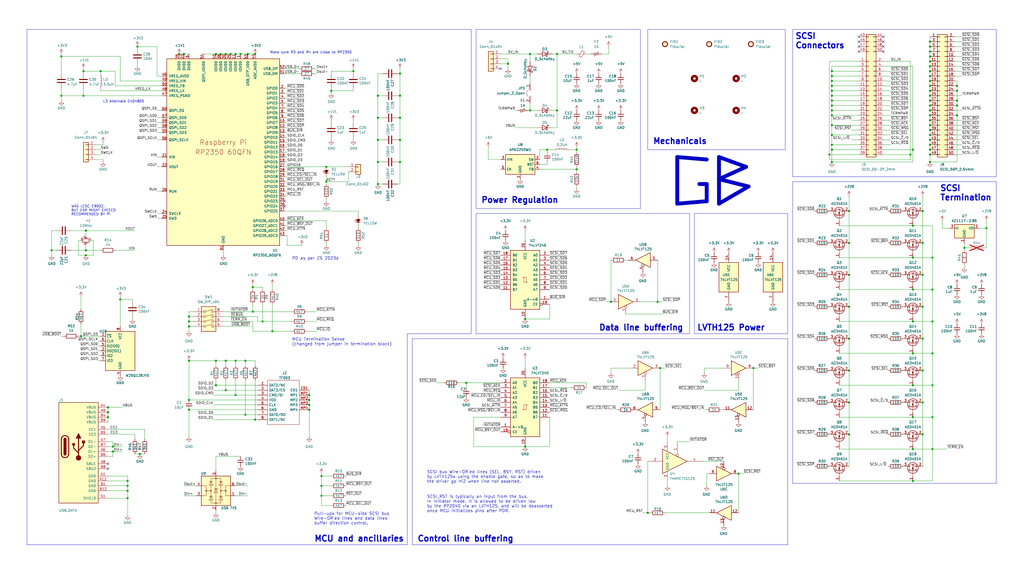
<source format=kicad_sch>
(kicad_sch (version 20230121) (generator eeschema)
  (paper "User" 529.996 297.002)
  (title_block (title "GBSCSI 2") (date "2025-03-09") (rev "1.1") (comment 1 "Drawn by; George Rudolf Mezzomo") (comment 2 "GBSCSI model 2, 2/2.54mm header, 2.5\" form factor compatible, discrete RP2350"))
  (junction (at 481.33 49.53))
  (junction (at 472.44 182.88))
  (junction (at 481.33 69.85))
  (junction (at 382.27 245.11))
  (junction (at 111.76 199.39))
  (junction (at 481.33 41.91))
  (junction (at 97.79 166.37))
  (junction (at 116.84 186.69))
  (junction (at 481.33 24.13))
  (junction (at 288.29 27.94))
  (junction (at 72.39 234.95))
  (junction (at 481.33 46.99))
  (junction (at 274.32 57.15))
  (junction (at 477.52 191.77))
  (junction (at 130.81 148.59))
  (junction (at 430.53 64.77))
  (junction (at 481.33 52.07))
  (junction (at 195.58 83.82))
  (junction (at 116.84 201.93))
  (junction (at 481.33 64.77))
  (junction (at 477.52 224.79))
  (junction (at 481.33 21.59))
  (junction (at 66.04 251.46))
  (junction (at 132.08 217.17))
  (junction (at 195.58 72.39))
  (junction (at 481.33 83.82))
  (junction (at 471.17 80.01))
  (junction (at 298.45 87.63))
  (junction (at 481.33 59.69))
  (junction (at 182.88 36.83))
  (junction (at 481.33 72.39))
  (junction (at 472.44 232.41))
  (junction (at 481.33 57.15))
  (junction (at 430.53 41.91))
  (junction (at 44.45 119.38))
  (junction (at 439.42 191.77))
  (junction (at 66.04 254))
  (junction (at 195.58 60.96))
  (junction (at 482.6 232.41))
  (junction (at 207.01 83.82))
  (junction (at 481.33 74.93))
  (junction (at 166.37 246.38))
  (junction (at 207.01 38.1))
  (junction (at 439.42 175.26))
  (junction (at 472.44 166.37))
  (junction (at 482.6 166.37))
  (junction (at 55.88 215.9))
  (junction (at 130.81 161.29))
  (junction (at 430.53 57.15))
  (junction (at 430.53 44.45))
  (junction (at 341.63 190.5))
  (junction (at 121.92 204.47))
  (junction (at 495.3 52.07))
  (junction (at 481.33 67.31))
  (junction (at 71.12 24.13))
  (junction (at 477.52 175.26))
  (junction (at 95.25 27.94))
  (junction (at 97.79 212.09))
  (junction (at 439.42 224.79))
  (junction (at 481.33 80.01))
  (junction (at 160.02 209.55))
  (junction (at 207.01 72.39))
  (junction (at 477.52 125.73))
  (junction (at 481.33 31.75))
  (junction (at 495.3 44.45))
  (junction (at 481.33 29.21))
  (junction (at 430.53 83.82))
  (junction (at 111.76 186.69))
  (junction (at 166.37 256.54))
  (junction (at 482.6 199.39))
  (junction (at 55.88 213.36))
  (junction (at 430.53 74.93))
  (junction (at 477.52 109.22))
  (junction (at 160.02 207.01))
  (junction (at 58.42 233.68) (diameter 0.9144))
  (junction (at 495.3 46.99))
  (junction (at 43.18 49.53))
  (junction (at 430.53 54.61))
  (junction (at 439.42 109.22))
  (junction (at 316.23 156.21))
  (junction (at 439.42 208.28))
  (junction (at 430.53 39.37))
  (junction (at 477.52 208.28))
  (junction (at 66.04 248.92))
  (junction (at 472.44 215.9))
  (junction (at 439.42 125.73))
  (junction (at 288.29 57.15))
  (junction (at 132.08 27.94))
  (junction (at 510.54 118.11))
  (junction (at 44.45 129.54))
  (junction (at 160.02 204.47))
  (junction (at 166.37 251.46))
  (junction (at 472.44 149.86))
  (junction (at 160.02 212.09))
  (junction (at 271.78 165.1))
  (junction (at 66.04 257.81))
  (junction (at 472.44 77.47))
  (junction (at 55.88 210.82))
  (junction (at 195.58 49.53))
  (junction (at 430.53 77.47))
  (junction (at 472.44 248.92))
  (junction (at 207.01 49.53))
  (junction (at 41.91 173.99))
  (junction (at 482.6 182.88))
  (junction (at 495.3 54.61))
  (junction (at 241.3 198.12))
  (junction (at 44.45 132.08))
  (junction (at 472.44 199.39))
  (junction (at 168.91 86.36))
  (junction (at 43.18 36.83))
  (junction (at 340.36 156.21))
  (junction (at 121.92 27.94))
  (junction (at 168.91 93.98))
  (junction (at 262.89 33.02))
  (junction (at 430.53 69.85))
  (junction (at 92.71 27.94))
  (junction (at 195.58 95.25))
  (junction (at 140.97 171.45))
  (junction (at 430.53 59.69))
  (junction (at 124.46 27.94))
  (junction (at 121.92 186.69))
  (junction (at 439.42 142.24))
  (junction (at 429.26 80.01))
  (junction (at 274.32 27.94))
  (junction (at 430.53 36.83))
  (junction (at 31.75 49.53))
  (junction (at 477.52 142.24))
  (junction (at 430.53 49.53))
  (junction (at 114.3 27.94))
  (junction (at 481.33 39.37))
  (junction (at 271.78 231.14))
  (junction (at 119.38 27.94))
  (junction (at 116.84 27.94))
  (junction (at 283.21 77.47))
  (junction (at 482.6 149.86))
  (junction (at 481.33 44.45))
  (junction (at 499.11 128.27))
  (junction (at 62.23 154.94))
  (junction (at 430.53 46.99))
  (junction (at 127 186.69))
  (junction (at 481.33 36.83))
  (junction (at 389.89 190.5))
  (junction (at 52.07 36.83))
  (junction (at 171.45 46.99))
  (junction (at 482.6 215.9))
  (junction (at 481.33 34.29))
  (junction (at 481.33 54.61))
  (junction (at 482.6 133.35))
  (junction (at 26.67 129.54))
  (junction (at 97.79 163.83))
  (junction (at 127 214.63))
  (junction (at 97.79 207.01))
  (junction (at 481.33 62.23))
  (junction (at 111.76 27.94))
  (junction (at 481.33 26.67))
  (junction (at 472.44 116.84))
  (junction (at 477.52 158.75))
  (junction (at 298.45 77.47))
  (junction (at 97.79 168.91))
  (junction (at 207.01 60.96))
  (junction (at 495.3 59.69))
  (junction (at 135.89 166.37))
  (junction (at 472.44 133.35))
  (junction (at 58.42 231.14) (diameter 0.9144))
  (junction (at 97.79 186.69))
  (junction (at 335.28 265.43))
  (junction (at 439.42 158.75))
  (junction (at 430.53 52.07))
  (junction (at 128.27 27.94))
  (junction (at 481.33 77.47))
  (junction (at 31.75 29.21))
  (no_connect (at 147.32 106.68))
  (no_connect (at 147.32 104.14))
  (no_connect (at 55.88 242.57))
  (no_connect (at 457.2 21.59))
  (no_connect (at 444.5 24.13))
  (no_connect (at 259.08 35.56))
  (no_connect (at 444.5 21.59))
  (no_connect (at 457.2 26.67))
  (no_connect (at 55.88 240.03))
  (no_connect (at 457.2 19.05))
  (no_connect (at 457.2 24.13))
  (no_connect (at 444.5 19.05))
  (no_connect (at 444.5 26.67))
  (wire (pts (xy 430.53 39.37) (xy 444.5 39.37)))
  (wire (pts (xy 49.53 82.55) (xy 53.34 82.55)))
  (wire (pts (xy 444.5 34.29) (xy 430.53 34.29)))
  (wire (pts (xy 180.34 88.9) (xy 180.34 93.98)))
  (wire (pts (xy 430.53 36.83) (xy 444.5 36.83)))
  (wire (pts (xy 147.32 121.92) (xy 148.59 121.92)))
  (wire (pts (xy 482.6 149.86) (xy 482.6 166.37)))
  (wire (pts (xy 26.67 129.54) (xy 26.67 132.08)))
  (wire (pts (xy 148.59 53.34) (xy 147.32 53.34)))
  (wire (pts (xy 298.45 76.2) (xy 298.45 77.47)))
  (wire (pts (xy 97.79 186.69) (xy 111.76 186.69)))
  (wire (pts (xy 148.59 119.38) (xy 147.32 119.38)))
  (wire (pts (xy 62.23 41.91) (xy 83.82 41.91)))
  (wire (pts (xy 130.81 161.29) (xy 151.13 161.29)))
  (wire (pts (xy 81.28 24.13) (xy 81.28 39.37)))
  (wire (pts (xy 41.91 153.67) (xy 41.91 160.02)))
  (wire (pts (xy 168.91 93.98) (xy 180.34 93.98)))
  (wire (pts (xy 430.53 46.99) (xy 444.5 46.99)))
  (wire (pts (xy 430.53 41.91) (xy 430.53 44.45)))
  (wire (pts (xy 430.53 59.69) (xy 444.5 59.69)))
  (wire (pts (xy 124.46 236.22) (xy 111.76 236.22)))
  (wire (pts (xy 430.53 69.85) (xy 444.5 69.85)))
  (wire (pts (xy 83.82 72.39) (xy 81.28 72.39)))
  (wire (pts (xy 350.52 228.6) (xy 356.87 228.6)))
  (wire (pts (xy 477.52 142.24) (xy 477.52 158.75)))
  (wire (pts (xy 497.84 34.29) (xy 494.03 34.29)))
  (wire (pts (xy 148.59 71.12) (xy 147.32 71.12)))
  (wire (pts (xy 116.84 186.69) (xy 111.76 186.69)))
  (wire (pts (xy 92.71 27.94) (xy 95.25 27.94)))
  (wire (pts (xy 471.17 82.55) (xy 429.26 82.55)))
  (wire (pts (xy 241.3 198.12) (xy 259.08 198.12)))
  (wire (pts (xy 245.11 215.9) (xy 245.11 231.14)))
  (wire (pts (xy 110.49 201.93) (xy 116.84 201.93)))
  (wire (pts (xy 495.3 54.61) (xy 494.03 54.61)))
  (wire (pts (xy 110.49 214.63) (xy 127 214.63)))
  (wire (pts (xy 166.37 246.38) (xy 166.37 245.11)))
  (wire (pts (xy 66.04 254) (xy 66.04 257.81)))
  (wire (pts (xy 133.35 212.09) (xy 97.79 212.09)))
  (wire (pts (xy 195.58 83.82) (xy 195.58 72.39)))
  (wire (pts (xy 147.32 35.56) (xy 154.94 35.56)))
  (wire (pts (xy 171.45 256.54) (xy 166.37 256.54)))
  (wire (pts (xy 461.01 49.53) (xy 457.2 49.53)))
  (wire (pts (xy 430.53 83.82) (xy 472.44 83.82)))
  (wire (pts (xy 430.53 77.47) (xy 430.53 74.93)))
  (wire (pts (xy 461.01 52.07) (xy 457.2 52.07)))
  (wire (pts (xy 457.2 59.69) (xy 461.01 59.69)))
  (wire (pts (xy 364.49 212.09) (xy 365.76 212.09)))
  (polyline (pts (xy 210.82 281.94) (xy 210.82 172.72)))
  (wire (pts (xy 62.23 154.94) (xy 62.23 168.91)))
  (wire (pts (xy 284.48 231.14) (xy 284.48 215.9)))
  (wire (pts (xy 46.99 124.46) (xy 48.26 124.46)))
  (wire (pts (xy 434.34 248.92) (xy 472.44 248.92)))
  (wire (pts (xy 158.75 171.45) (xy 163.83 171.45)))
  (wire (pts (xy 477.52 208.28) (xy 477.52 224.79)))
  (wire (pts (xy 481.33 77.47) (xy 481.33 80.01)))
  (wire (pts (xy 345.44 251.46) (xy 345.44 248.92)))
  (polyline (pts (xy 407.67 281.94) (xy 407.67 175.26)))
  (wire (pts (xy 97.79 166.37) (xy 100.33 166.37)))
  (wire (pts (xy 207.01 83.82) (xy 207.01 95.25)))
  (wire (pts (xy 121.92 186.69) (xy 116.84 186.69)))
  (wire (pts (xy 274.32 39.37) (xy 274.32 43.18)))
  (wire (pts (xy 271.78 185.42) (xy 271.78 190.5)))
  (wire (pts (xy 344.17 190.5) (xy 341.63 190.5)))
  (wire (pts (xy 495.3 52.07) (xy 494.03 52.07)))
  (wire (pts (xy 430.53 46.99) (xy 430.53 49.53)))
  (wire (pts (xy 36.83 119.38) (xy 44.45 119.38)))
  (wire (pts (xy 288.29 66.04) (xy 285.75 66.04)))
  (wire (pts (xy 439.42 158.75) (xy 439.42 175.26)))
  (polyline (pts (xy 243.84 172.72) (xy 243.84 15.24)))
  (wire (pts (xy 128.27 256.54) (xy 121.92 256.54)))
  (wire (pts (xy 434.34 182.88) (xy 472.44 182.88)))
  (wire (pts (xy 457.2 31.75) (xy 471.17 31.75)))
  (wire (pts (xy 115.57 163.83) (xy 133.35 163.83)))
  (wire (pts (xy 259.08 33.02) (xy 262.89 33.02)))
  (wire (pts (xy 499.11 137.16) (xy 499.11 138.43)))
  (wire (pts (xy 43.18 36.83) (xy 52.07 36.83)))
  (wire (pts (xy 171.45 36.83) (xy 182.88 36.83)))
  (wire (pts (xy 482.6 166.37) (xy 482.6 182.88)))
  (wire (pts (xy 148.59 60.96) (xy 147.32 60.96)))
  (wire (pts (xy 81.28 63.5) (xy 83.82 63.5)))
  (wire (pts (xy 128.27 251.46) (xy 121.92 251.46)))
  (wire (pts (xy 97.79 168.91) (xy 97.79 171.45)))
  (wire (pts (xy 171.45 71.12) (xy 171.45 72.39)))
  (wire (pts (xy 110.49 204.47) (xy 121.92 204.47)))
  (wire (pts (xy 472.44 199.39) (xy 482.6 199.39)))
  (wire (pts (xy 133.35 163.83) (xy 133.35 166.37)))
  (wire (pts (xy 83.82 57.15) (xy 81.28 57.15)))
  (wire (pts (xy 497.84 80.01) (xy 494.03 80.01)))
  (wire (pts (xy 29.21 119.38) (xy 26.67 119.38)))
  (wire (pts (xy 147.32 86.36) (xy 168.91 86.36)))
  (wire (pts (xy 457.2 80.01) (xy 471.17 80.01)))
  (wire (pts (xy 132.08 186.69) (xy 132.08 189.23)))
  (wire (pts (xy 121.92 204.47) (xy 133.35 204.47)))
  (wire (pts (xy 440.69 72.39) (xy 444.5 72.39)))
  (wire (pts (xy 53.34 74.93) (xy 53.34 73.66)))
  (wire (pts (xy 506.73 118.11) (xy 510.54 118.11)))
  (wire (pts (xy 185.42 111.76) (xy 185.42 109.22)))
  (wire (pts (xy 97.79 163.83) (xy 97.79 166.37)))
  (wire (pts (xy 284.48 198.12) (xy 303.53 198.12)))
  (wire (pts (xy 148.59 68.58) (xy 147.32 68.58)))
  (wire (pts (xy 182.88 46.99) (xy 182.88 45.72)))
  (wire (pts (xy 166.37 256.54) (xy 166.37 251.46)))
  (wire (pts (xy 43.18 45.72) (xy 43.18 49.53)))
  (wire (pts (xy 481.33 67.31) (xy 481.33 69.85)))
  (wire (pts (xy 148.59 88.9) (xy 147.32 88.9)))
  (polyline (pts (xy 387.35 96.52) (xy 372.11 92.71)) (stroke (width 2)))
  (wire (pts (xy 497.84 29.21) (xy 494.03 29.21)))
  (wire (pts (xy 41.91 167.64) (xy 41.91 173.99)))
  (wire (pts (xy 283.21 77.47) (xy 283.21 78.74)))
  (wire (pts (xy 439.42 191.77) (xy 439.42 208.28)))
  (wire (pts (xy 259.08 82.55) (xy 252.73 82.55)))
  (wire (pts (xy 364.49 201.93) (xy 382.27 201.93)))
  (wire (pts (xy 74.93 222.25) (xy 55.88 222.25)))
  (wire (pts (xy 430.53 64.77) (xy 430.53 69.85)))
  (polyline (pts (xy 356.87 110.49) (xy 246.38 110.49)))
  (wire (pts (xy 207.01 49.53) (xy 207.01 60.96)))
  (wire (pts (xy 128.27 27.94) (xy 132.08 27.94)))
  (wire (pts (xy 71.12 24.13) (xy 71.12 25.4)))
  (wire (pts (xy 148.59 76.2) (xy 147.32 76.2)))
  (wire (pts (xy 497.84 36.83) (xy 494.03 36.83)))
  (wire (pts (xy 481.33 62.23) (xy 481.33 64.77)))
  (wire (pts (xy 111.76 199.39) (xy 133.35 199.39)))
  (wire (pts (xy 58.42 233.68) (xy 58.42 236.22)))
  (wire (pts (xy 111.76 236.22) (xy 111.76 243.84)))
  (wire (pts (xy 259.08 27.94) (xy 274.32 27.94)))
  (wire (pts (xy 55.88 228.6) (xy 58.42 228.6)))
  (wire (pts (xy 97.79 166.37) (xy 97.79 168.91)))
  (wire (pts (xy 303.53 27.94) (xy 306.07 27.94)))
  (polyline (pts (xy 350.52 81.28) (xy 350.52 105.41)) (stroke (width 2)))
  (wire (pts (xy 495.3 59.69) (xy 495.3 83.82)))
  (wire (pts (xy 365.76 245.11) (xy 365.76 251.46)))
  (wire (pts (xy 168.91 125.73) (xy 168.91 127)))
  (wire (pts (xy 298.45 27.94) (xy 288.29 27.94)))
  (wire (pts (xy 283.21 77.47) (xy 287.02 77.47)))
  (wire (pts (xy 461.01 67.31) (xy 457.2 67.31)))
  (polyline (pts (xy 372.11 105.41) (xy 387.35 96.52)) (stroke (width 2)))
  (wire (pts (xy 288.29 27.94) (xy 288.29 57.15)))
  (wire (pts (xy 501.65 128.27) (xy 499.11 128.27)))
  (wire (pts (xy 116.84 27.94) (xy 119.38 27.94)))
  (wire (pts (xy 294.64 77.47) (xy 298.45 77.47)))
  (wire (pts (xy 52.07 181.61) (xy 50.8 181.61)))
  (wire (pts (xy 148.59 50.8) (xy 147.32 50.8)))
  (wire (pts (xy 198.12 83.82) (xy 195.58 83.82)))
  (wire (pts (xy 171.45 38.1) (xy 171.45 36.83)))
  (polyline (pts (xy 365.76 82.55) (xy 350.52 81.28)) (stroke (width 2)))
  (wire (pts (xy 279.4 87.63) (xy 298.45 87.63)))
  (wire (pts (xy 36.83 129.54) (xy 44.45 129.54)))
  (wire (pts (xy 116.84 196.85) (xy 116.84 201.93)))
  (wire (pts (xy 163.83 166.37) (xy 158.75 166.37)))
  (wire (pts (xy 111.76 27.94) (xy 114.3 27.94)))
  (wire (pts (xy 477.52 175.26) (xy 477.52 191.77)))
  (wire (pts (xy 495.3 41.91) (xy 494.03 41.91)))
  (wire (pts (xy 97.79 207.01) (xy 97.79 186.69)))
  (wire (pts (xy 110.49 199.39) (xy 111.76 199.39)))
  (wire (pts (xy 461.01 57.15) (xy 457.2 57.15)))
  (wire (pts (xy 205.74 72.39) (xy 207.01 72.39)))
  (wire (pts (xy 457.2 77.47) (xy 472.44 77.47)))
  (wire (pts (xy 237.49 198.12) (xy 241.3 198.12)))
  (wire (pts (xy 382.27 245.11) (xy 382.27 265.43)))
  (wire (pts (xy 148.59 91.44) (xy 147.32 91.44)))
  (wire (pts (xy 207.01 35.56) (xy 207.01 38.1)))
  (wire (pts (xy 472.44 232.41) (xy 482.6 232.41)))
  (wire (pts (xy 110.49 209.55) (xy 133.35 209.55)))
  (wire (pts (xy 97.79 168.91) (xy 100.33 168.91)))
  (wire (pts (xy 58.42 236.22) (xy 55.88 236.22)))
  (polyline (pts (xy 372.11 81.28) (xy 386.08 86.36)) (stroke (width 2)))
  (wire (pts (xy 434.34 199.39) (xy 472.44 199.39)))
  (wire (pts (xy 461.01 46.99) (xy 457.2 46.99)))
  (wire (pts (xy 472.44 182.88) (xy 482.6 182.88)))
  (wire (pts (xy 44.45 129.54) (xy 52.07 129.54)))
  (polyline (pts (xy 13.97 15.24) (xy 243.84 15.24)))
  (wire (pts (xy 168.91 86.36) (xy 180.34 86.36)))
  (wire (pts (xy 83.82 99.06) (xy 81.28 99.06)))
  (wire (pts (xy 162.56 35.56) (xy 163.83 35.56)))
  (wire (pts (xy 66.04 251.46) (xy 66.04 254)))
  (wire (pts (xy 491.49 118.11) (xy 487.68 118.11)))
  (wire (pts (xy 148.59 99.06) (xy 147.32 99.06)))
  (wire (pts (xy 316.23 190.5) (xy 316.23 193.04)))
  (wire (pts (xy 495.3 41.91) (xy 495.3 44.45)))
  (wire (pts (xy 288.29 57.15) (xy 285.75 57.15)))
  (wire (pts (xy 121.92 196.85) (xy 121.92 204.47)))
  (polyline (pts (xy 356.87 172.72) (xy 356.87 110.49)))
  (polyline (pts (xy 213.36 175.26) (xy 407.67 175.26)))
  (wire (pts (xy 148.59 48.26) (xy 147.32 48.26)))
  (wire (pts (xy 110.49 217.17) (xy 132.08 217.17)))
  (wire (pts (xy 335.28 238.76) (xy 335.28 265.43)))
  (wire (pts (xy 345.44 226.06) (xy 345.44 228.6)))
  (wire (pts (xy 100.33 161.29) (xy 97.79 161.29)))
  (wire (pts (xy 266.7 66.04) (xy 278.13 66.04)))
  (wire (pts (xy 55.88 218.44) (xy 55.88 215.9)))
  (polyline (pts (xy 246.38 110.49) (xy 246.38 172.72)))
  (wire (pts (xy 298.45 96.52) (xy 298.45 97.79)))
  (wire (pts (xy 111.76 196.85) (xy 111.76 199.39)))
  (wire (pts (xy 472.44 215.9) (xy 482.6 215.9)))
  (wire (pts (xy 439.42 208.28) (xy 439.42 224.79)))
  (wire (pts (xy 140.97 171.45) (xy 130.81 171.45)))
  (wire (pts (xy 66.04 246.38) (xy 66.04 248.92)))
  (wire (pts (xy 285.75 27.94) (xy 288.29 27.94)))
  (wire (pts (xy 44.45 119.38) (xy 44.45 121.92)))
  (wire (pts (xy 472.44 248.92) (xy 482.6 248.92)))
  (wire (pts (xy 168.91 91.44) (xy 168.91 93.98)))
  (wire (pts (xy 298.45 87.63) (xy 298.45 88.9)))
  (wire (pts (xy 55.88 246.38) (xy 66.04 246.38)))
  (wire (pts (xy 439.42 125.73) (xy 439.42 142.24)))
  (wire (pts (xy 316.23 190.5) (xy 326.39 190.5)))
  (wire (pts (xy 430.53 57.15) (xy 444.5 57.15)))
  (wire (pts (xy 241.3 200.66) (xy 241.3 198.12)))
  (wire (pts (xy 252.73 82.55) (xy 252.73 76.2)))
  (wire (pts (xy 101.6 256.54) (xy 95.25 256.54)))
  (wire (pts (xy 48.26 124.46) (xy 48.26 132.08)))
  (polyline (pts (xy 372.11 81.28) (xy 372.11 105.41)) (stroke (width 2)))
  (wire (pts (xy 101.6 251.46) (xy 95.25 251.46)))
  (wire (pts (xy 74.93 227.33) (xy 74.93 222.25)))
  (wire (pts (xy 182.88 71.12) (xy 182.88 72.39)))
  (wire (pts (xy 373.38 212.09) (xy 374.65 212.09)))
  (wire (pts (xy 472.44 133.35) (xy 482.6 133.35)))
  (wire (pts (xy 481.33 46.99) (xy 481.33 49.53)))
  (wire (pts (xy 283.21 77.47) (xy 279.4 77.47)))
  (wire (pts (xy 121.92 27.94) (xy 124.46 27.94)))
  (wire (pts (xy 279.4 85.09) (xy 283.21 85.09)))
  (wire (pts (xy 430.53 54.61) (xy 444.5 54.61)))
  (wire (pts (xy 457.2 62.23) (xy 461.01 62.23)))
  (wire (pts (xy 140.97 147.32) (xy 140.97 149.86)))
  (wire (pts (xy 81.28 60.96) (xy 83.82 60.96)))
  (wire (pts (xy 245.11 231.14) (xy 271.78 231.14)))
  (wire (pts (xy 434.34 166.37) (xy 472.44 166.37)))
  (wire (pts (xy 71.12 34.29) (xy 71.12 33.02)))
  (wire (pts (xy 171.45 46.99) (xy 182.88 46.99)))
  (wire (pts (xy 62.23 153.67) (xy 62.23 154.94)))
  (wire (pts (xy 135.89 149.86) (xy 135.89 148.59)))
  (wire (pts (xy 444.5 62.23) (xy 440.69 62.23)))
  (wire (pts (xy 140.97 157.48) (xy 140.97 171.45)))
  (wire (pts (xy 262.89 33.02) (xy 262.89 35.56)))
  (wire (pts (xy 127 186.69) (xy 132.08 186.69)))
  (wire (pts (xy 160.02 209.55) (xy 160.02 212.09)))
  (wire (pts (xy 497.84 26.67) (xy 494.03 26.67)))
  (wire (pts (xy 481.33 21.59) (xy 481.33 24.13)))
  (wire (pts (xy 363.22 238.76) (xy 374.65 238.76)))
  (wire (pts (xy 130.81 147.32) (xy 130.81 148.59)))
  (wire (pts (xy 58.42 231.14) (xy 55.88 231.14)))
  (wire (pts (xy 279.4 77.47) (xy 279.4 82.55)))
  (wire (pts (xy 148.59 63.5) (xy 147.32 63.5)))
  (wire (pts (xy 482.6 232.41) (xy 490.22 232.41)))
  (wire (pts (xy 148.59 93.98) (xy 147.32 93.98)))
  (wire (pts (xy 389.89 190.5) (xy 389.89 212.09)))
  (wire (pts (xy 115.57 166.37) (xy 130.81 166.37)))
  (wire (pts (xy 497.84 21.59) (xy 494.03 21.59)))
  (wire (pts (xy 121.92 186.69) (xy 127 186.69)))
  (wire (pts (xy 273.05 57.15) (xy 274.32 57.15)))
  (wire (pts (xy 148.59 66.04) (xy 147.32 66.04)))
  (wire (pts (xy 259.08 215.9) (xy 245.11 215.9)))
  (wire (pts (xy 439.42 142.24) (xy 439.42 158.75)))
  (wire (pts (xy 111.76 264.16) (xy 111.76 265.43)))
  (wire (pts (xy 171.45 45.72) (xy 171.45 46.99)))
  (wire (pts (xy 72.39 234.95) (xy 69.85 234.95)))
  (wire (pts (xy 114.3 27.94) (xy 116.84 27.94)))
  (wire (pts (xy 311.15 27.94) (xy 314.96 27.94)))
  (wire (pts (xy 63.5 210.82) (xy 55.88 210.82)))
  (wire (pts (xy 115.57 161.29) (xy 130.81 161.29)))
  (wire (pts (xy 68.58 154.94) (xy 62.23 154.94)))
  (wire (pts (xy 148.59 55.88) (xy 147.32 55.88)))
  (polyline (pts (xy 386.08 86.36) (xy 386.08 86.36)) (stroke (width 2)))
  (wire (pts (xy 83.82 110.49) (xy 81.28 110.49)))
  (wire (pts (xy 481.33 74.93) (xy 481.33 77.47)))
  (wire (pts (xy 477.52 191.77) (xy 477.52 208.28)))
  (wire (pts (xy 55.88 254) (xy 66.04 254)))
  (wire (pts (xy 148.59 96.52) (xy 147.32 96.52)))
  (wire (pts (xy 171.45 261.62) (xy 166.37 261.62)))
  (wire (pts (xy 205.74 83.82) (xy 207.01 83.82)))
  (wire (pts (xy 499.11 128.27) (xy 499.11 125.73)))
  (wire (pts (xy 198.12 49.53) (xy 195.58 49.53)))
  (wire (pts (xy 198.12 60.96) (xy 195.58 60.96)))
  (wire (pts (xy 481.33 72.39) (xy 481.33 74.93)))
  (wire (pts (xy 130.81 148.59) (xy 135.89 148.59)))
  (wire (pts (xy 327.66 212.09) (xy 326.39 212.09)))
  (wire (pts (xy 83.82 113.03) (xy 81.28 113.03)))
  (wire (pts (xy 148.59 116.84) (xy 147.32 116.84)))
  (wire (pts (xy 477.52 109.22) (xy 477.52 125.73)))
  (wire (pts (xy 168.91 93.98) (xy 168.91 95.25)))
  (wire (pts (xy 40.64 132.08) (xy 40.64 124.46)))
  (wire (pts (xy 472.44 77.47) (xy 472.44 83.82)))
  (wire (pts (xy 461.01 69.85) (xy 457.2 69.85)))
  (wire (pts (xy 439.42 224.79) (xy 439.42 241.3)))
  (wire (pts (xy 226.06 198.12) (xy 229.87 198.12)))
  (wire (pts (xy 274.32 57.15) (xy 278.13 57.15)))
  (wire (pts (xy 434.34 133.35) (xy 472.44 133.35)))
  (wire (pts (xy 335.28 265.43) (xy 336.55 265.43)))
  (wire (pts (xy 510.54 118.11) (xy 510.54 114.3)))
  (wire (pts (xy 481.33 41.91) (xy 481.33 44.45)))
  (wire (pts (xy 331.47 156.21) (xy 340.36 156.21)))
  (wire (pts (xy 40.64 124.46) (xy 41.91 124.46)))
  (wire (pts (xy 52.07 36.83) (xy 52.07 38.1)))
  (wire (pts (xy 430.53 44.45) (xy 444.5 44.45)))
  (wire (pts (xy 55.88 248.92) (xy 66.04 248.92)))
  (wire (pts (xy 499.11 129.54) (xy 499.11 128.27)))
  (wire (pts (xy 160.02 207.01) (xy 160.02 209.55)))
  (wire (pts (xy 461.01 39.37) (xy 457.2 39.37)))
  (wire (pts (xy 481.33 49.53) (xy 481.33 52.07)))
  (wire (pts (xy 135.89 157.48) (xy 135.89 166.37)))
  (wire (pts (xy 487.68 118.11) (xy 487.68 114.3)))
  (wire (pts (xy 127 186.69) (xy 127 189.23)))
  (wire (pts (xy 97.79 161.29) (xy 97.79 163.83)))
  (wire (pts (xy 148.59 81.28) (xy 147.32 81.28)))
  (wire (pts (xy 481.33 80.01) (xy 481.33 83.82)))
  (wire (pts (xy 207.01 38.1) (xy 207.01 49.53)))
  (wire (pts (xy 332.74 265.43) (xy 335.28 265.43)))
  (wire (pts (xy 151.13 171.45) (xy 140.97 171.45)))
  (wire (pts (xy 494.03 59.69) (xy 495.3 59.69)))
  (polyline (pts (xy 213.36 175.26) (xy 213.36 281.94)))
  (wire (pts (xy 472.44 34.29) (xy 472.44 77.47)))
  (wire (pts (xy 439.42 101.6) (xy 439.42 109.22)))
  (wire (pts (xy 148.59 101.6) (xy 147.32 101.6)))
  (wire (pts (xy 55.88 257.81) (xy 66.04 257.81)))
  (wire (pts (xy 31.75 29.21) (xy 31.75 38.1)))
  (wire (pts (xy 127 196.85) (xy 127 214.63)))
  (wire (pts (xy 111.76 186.69) (xy 111.76 189.23)))
  (wire (pts (xy 205.74 49.53) (xy 207.01 49.53)))
  (wire (pts (xy 31.75 49.53) (xy 43.18 49.53)))
  (wire (pts (xy 481.33 69.85) (xy 481.33 72.39)))
  (wire (pts (xy 160.02 201.93) (xy 160.02 204.47)))
  (wire (pts (xy 262.89 30.48) (xy 262.89 33.02)))
  (polyline (pts (xy 246.38 172.72) (xy 356.87 172.72)))
  (wire (pts (xy 171.45 251.46) (xy 166.37 251.46)))
  (wire (pts (xy 495.3 44.45) (xy 495.3 46.99)))
  (wire (pts (xy 341.63 190.5) (xy 341.63 212.09)))
  (wire (pts (xy 105.41 27.94) (xy 111.76 27.94)))
  (wire (pts (xy 43.18 38.1) (xy 43.18 36.83)))
  (wire (pts (xy 55.88 213.36) (xy 55.88 210.82)))
  (wire (pts (xy 148.59 127) (xy 156.21 127)))
  (wire (pts (xy 495.3 46.99) (xy 494.03 46.99)))
  (wire (pts (xy 497.84 69.85) (xy 494.03 69.85)))
  (wire (pts (xy 207.01 72.39) (xy 207.01 83.82)))
  (wire (pts (xy 59.69 129.54) (xy 69.85 129.54)))
  (wire (pts (xy 271.78 231.14) (xy 284.48 231.14)))
  (wire (pts (xy 81.28 39.37) (xy 83.82 39.37)))
  (wire (pts (xy 472.44 149.86) (xy 482.6 149.86)))
  (wire (pts (xy 481.33 26.67) (xy 481.33 29.21)))
  (wire (pts (xy 130.81 171.45) (xy 130.81 166.37)))
  (wire (pts (xy 44.45 119.38) (xy 69.85 119.38)))
  (wire (pts (xy 439.42 175.26) (xy 439.42 191.77)))
  (wire (pts (xy 364.49 190.5) (xy 364.49 193.04)))
  (wire (pts (xy 171.45 246.38) (xy 166.37 246.38)))
  (wire (pts (xy 461.01 44.45) (xy 457.2 44.45)))
  (wire (pts (xy 266.7 57.15) (xy 267.97 57.15)))
  (wire (pts (xy 166.37 261.62) (xy 166.37 256.54)))
  (wire (pts (xy 481.33 36.83) (xy 481.33 39.37)))
  (wire (pts (xy 133.35 166.37) (xy 135.89 166.37)))
  (polyline (pts (xy 372.11 92.71) (xy 372.11 92.71)) (stroke (width 2)))
  (wire (pts (xy 185.42 109.22) (xy 147.32 109.22)))
  (wire (pts (xy 434.34 149.86) (xy 472.44 149.86)))
  (wire (pts (xy 314.96 27.94) (xy 314.96 24.13)))
  (wire (pts (xy 429.26 31.75) (xy 429.26 80.01)))
  (wire (pts (xy 481.33 31.75) (xy 481.33 34.29)))
  (wire (pts (xy 130.81 157.48) (xy 130.81 161.29)))
  (polyline (pts (xy 387.35 96.52) (xy 387.35 96.52)) (stroke (width 2)))
  (wire (pts (xy 482.6 182.88) (xy 482.6 199.39)))
  (wire (pts (xy 384.81 245.11) (xy 382.27 245.11)))
  (wire (pts (xy 392.43 190.5) (xy 389.89 190.5)))
  (wire (pts (xy 481.33 24.13) (xy 481.33 26.67)))
  (wire (pts (xy 434.34 232.41) (xy 472.44 232.41)))
  (wire (pts (xy 482.6 215.9) (xy 482.6 232.41)))
  (wire (pts (xy 495.3 52.07) (xy 495.3 54.61)))
  (wire (pts (xy 430.53 64.77) (xy 444.5 64.77)))
  (polyline (pts (xy 210.82 172.72) (xy 243.84 172.72)))
  (wire (pts (xy 313.69 156.21) (xy 316.23 156.21)))
  (wire (pts (xy 49.53 77.47) (xy 52.07 77.47)))
  (wire (pts (xy 81.28 81.28) (xy 83.82 81.28)))
  (wire (pts (xy 166.37 251.46) (xy 166.37 246.38)))
  (wire (pts (xy 274.32 53.34) (xy 274.32 57.15)))
  (wire (pts (xy 323.85 134.62) (xy 325.12 134.62)))
  (wire (pts (xy 497.84 31.75) (xy 494.03 31.75)))
  (wire (pts (xy 429.26 82.55) (xy 429.26 80.01)))
  (wire (pts (xy 430.53 52.07) (xy 444.5 52.07)))
  (wire (pts (xy 303.53 200.66) (xy 303.53 198.12)))
  (wire (pts (xy 430.53 44.45) (xy 430.53 46.99)))
  (wire (pts (xy 160.02 212.09) (xy 160.02 226.06)))
  (wire (pts (xy 207.01 60.96) (xy 207.01 72.39)))
  (wire (pts (xy 344.17 265.43) (xy 367.03 265.43)))
  (wire (pts (xy 53.34 82.55) (xy 53.34 83.82)))
  (polyline (pts (xy 13.97 281.94) (xy 210.82 281.94)))
  (wire (pts (xy 195.58 72.39) (xy 195.58 60.96)))
  (wire (pts (xy 83.82 86.36) (xy 81.28 86.36)))
  (wire (pts (xy 43.18 49.53) (xy 83.82 49.53)))
  (wire (pts (xy 284.48 157.48) (xy 284.48 165.1)))
  (wire (pts (xy 68.58 163.83) (xy 68.58 165.1)))
  (wire (pts (xy 482.6 199.39) (xy 482.6 215.9)))
  (wire (pts (xy 168.91 102.87) (xy 168.91 104.14)))
  (wire (pts (xy 430.53 77.47) (xy 444.5 77.47)))
  (wire (pts (xy 430.53 59.69) (xy 430.53 64.77)))
  (wire (pts (xy 171.45 63.5) (xy 171.45 62.23)))
  (wire (pts (xy 495.3 46.99) (xy 495.3 52.07)))
  (wire (pts (xy 430.53 34.29) (xy 430.53 36.83)))
  (wire (pts (xy 278.13 27.94) (xy 274.32 27.94)))
  (wire (pts (xy 298.45 86.36) (xy 298.45 87.63)))
  (wire (pts (xy 182.88 35.56) (xy 182.88 36.83)))
  (wire (pts (xy 130.81 148.59) (xy 130.81 149.86)))
  (wire (pts (xy 510.54 128.27) (xy 510.54 118.11)))
  (wire (pts (xy 52.07 46.99) (xy 52.07 45.72)))
  (wire (pts (xy 374.65 190.5) (xy 364.49 190.5)))
  (wire (pts (xy 482.6 232.41) (xy 482.6 248.92)))
  (wire (pts (xy 430.53 36.83) (xy 430.53 39.37)))
  (wire (pts (xy 160.02 204.47) (xy 160.02 207.01)))
  (wire (pts (xy 494.03 57.15) (xy 497.84 57.15)))
  (wire (pts (xy 148.59 83.82) (xy 147.32 83.82)))
  (wire (pts (xy 461.01 36.83) (xy 457.2 36.83)))
  (wire (pts (xy 440.69 67.31) (xy 444.5 67.31)))
  (polyline (pts (xy 361.95 95.25) (xy 365.76 95.25)) (stroke (width 2)))
  (wire (pts (xy 31.75 27.94) (xy 31.75 29.21)))
  (wire (pts (xy 471.17 80.01) (xy 471.17 31.75)))
  (wire (pts (xy 340.36 134.62) (xy 340.36 156.21)))
  (wire (pts (xy 481.33 44.45) (xy 481.33 46.99)))
  (wire (pts (xy 318.77 212.09) (xy 320.04 212.09)))
  (wire (pts (xy 205.74 60.96) (xy 207.01 60.96)))
  (polyline (pts (xy 372.11 92.71) (xy 386.08 86.36)) (stroke (width 2)))
  (polyline (pts (xy 13.97 281.94) (xy 13.97 15.24)))
  (wire (pts (xy 69.85 227.33) (xy 69.85 224.79)))
  (wire (pts (xy 430.53 49.53) (xy 444.5 49.53)))
  (wire (pts (xy 429.26 80.01) (xy 444.5 80.01)))
  (wire (pts (xy 481.33 54.61) (xy 481.33 57.15)))
  (wire (pts (xy 382.27 201.93) (xy 382.27 196.85)))
  (wire (pts (xy 367.03 245.11) (xy 365.76 245.11)))
  (wire (pts (xy 477.52 158.75) (xy 477.52 175.26)))
  (wire (pts (xy 81.28 68.58) (xy 83.82 68.58)))
  (wire (pts (xy 66.04 257.81) (xy 66.04 266.7)))
  (wire (pts (xy 68.58 156.21) (xy 68.58 154.94)))
  (wire (pts (xy 430.53 69.85) (xy 430.53 74.93)))
  (wire (pts (xy 497.84 74.93) (xy 494.03 74.93)))
  (wire (pts (xy 497.84 67.31) (xy 494.03 67.31)))
  (wire (pts (xy 119.38 27.94) (xy 121.92 27.94)))
  (wire (pts (xy 59.69 44.45) (xy 59.69 36.83)))
  (wire (pts (xy 66.04 248.92) (xy 66.04 251.46)))
  (wire (pts (xy 83.82 44.45) (xy 59.69 44.45)))
  (wire (pts (xy 49.53 80.01) (xy 52.07 80.01)))
  (wire (pts (xy 430.53 49.53) (xy 430.53 52.07)))
  (wire (pts (xy 461.01 64.77) (xy 457.2 64.77)))
  (wire (pts (xy 430.53 83.82) (xy 430.53 77.47)))
  (wire (pts (xy 439.42 109.22) (xy 439.42 125.73)))
  (wire (pts (xy 481.33 59.69) (xy 481.33 62.23)))
  (wire (pts (xy 477.52 101.6) (xy 477.52 109.22)))
  (wire (pts (xy 121.92 186.69) (xy 121.92 189.23)))
  (wire (pts (xy 132.08 196.85) (xy 132.08 217.17)))
  (wire (pts (xy 342.9 162.56) (xy 323.85 162.56)))
  (wire (pts (xy 52.07 46.99) (xy 83.82 46.99)))
  (wire (pts (xy 481.33 19.05) (xy 481.33 21.59)))
  (wire (pts (xy 481.33 29.21) (xy 481.33 31.75)))
  (wire (pts (xy 434.34 215.9) (xy 472.44 215.9)))
  (wire (pts (xy 148.59 45.72) (xy 147.32 45.72)))
  (wire (pts (xy 41.91 173.99) (xy 52.07 173.99)))
  (wire (pts (xy 195.58 83.82) (xy 195.58 95.25)))
  (wire (pts (xy 495.3 44.45) (xy 494.03 44.45)))
  (wire (pts (xy 40.64 173.99) (xy 41.91 173.99)))
  (wire (pts (xy 147.32 38.1) (xy 154.94 38.1)))
  (wire (pts (xy 497.84 72.39) (xy 494.03 72.39)))
  (wire (pts (xy 481.33 52.07) (xy 481.33 54.61)))
  (wire (pts (xy 198.12 95.25) (xy 195.58 95.25)))
  (wire (pts (xy 182.88 38.1) (xy 182.88 36.83)))
  (wire (pts (xy 271.78 119.38) (xy 271.78 124.46)))
  (wire (pts (xy 31.75 45.72) (xy 31.75 49.53)))
  (wire (pts (xy 195.58 60.96) (xy 195.58 49.53)))
  (wire (pts (xy 461.01 41.91) (xy 457.2 41.91)))
  (wire (pts (xy 185.42 125.73) (xy 185.42 127)))
  (wire (pts (xy 461.01 74.93) (xy 457.2 74.93)))
  (wire (pts (xy 52.07 179.07) (xy 50.8 179.07)))
  (wire (pts (xy 430.53 41.91) (xy 444.5 41.91)))
  (wire (pts (xy 495.3 54.61) (xy 495.3 59.69)))
  (wire (pts (xy 29.21 129.54) (xy 26.67 129.54)))
  (wire (pts (xy 342.9 156.21) (xy 340.36 156.21)))
  (wire (pts (xy 132.08 217.17) (xy 133.35 217.17)))
  (wire (pts (xy 482.6 116.84) (xy 482.6 133.35)))
  (wire (pts (xy 334.01 201.93) (xy 334.01 196.85)))
  (polyline (pts (xy 213.36 281.94) (xy 407.67 281.94)))
  (wire (pts (xy 50.8 176.53) (xy 52.07 176.53)))
  (wire (pts (xy 133.35 207.01) (xy 97.79 207.01)))
  (wire (pts (xy 497.84 24.13) (xy 494.03 24.13)))
  (wire (pts (xy 148.59 58.42) (xy 147.32 58.42)))
  (wire (pts (xy 430.53 39.37) (xy 430.53 41.91)))
  (wire (pts (xy 71.12 24.13) (xy 81.28 24.13)))
  (wire (pts (xy 74.93 234.95) (xy 72.39 234.95)))
  (wire (pts (xy 58.42 233.68) (xy 63.5 233.68)))
  (wire (pts (xy 494.03 49.53) (xy 497.84 49.53)))
  (wire (pts (xy 185.42 116.84) (xy 185.42 118.11)))
  (wire (pts (xy 26.67 119.38) (xy 26.67 129.54)))
  (wire (pts (xy 444.5 31.75) (xy 429.26 31.75)))
  (wire (pts (xy 69.85 224.79) (xy 55.88 224.79)))
  (wire (pts (xy 295.91 200.66) (xy 284.48 200.66)))
  (wire (pts (xy 58.42 228.6) (xy 58.42 231.14)))
  (wire (pts (xy 31.75 29.21) (xy 62.23 29.21)))
  (wire (pts (xy 481.33 39.37) (xy 481.33 41.91)))
  (wire (pts (xy 81.28 66.04) (xy 83.82 66.04)))
  (wire (pts (xy 198.12 72.39) (xy 195.58 72.39)))
  (wire (pts (xy 497.84 39.37) (xy 494.03 39.37)))
  (wire (pts (xy 471.17 80.01) (xy 471.17 82.55)))
  (wire (pts (xy 148.59 73.66) (xy 147.32 73.66)))
  (wire (pts (xy 43.18 35.56) (xy 43.18 36.83)))
  (wire (pts (xy 461.01 54.61) (xy 457.2 54.61)))
  (wire (pts (xy 461.01 72.39) (xy 457.2 72.39)))
  (wire (pts (xy 481.33 34.29) (xy 481.33 36.83)))
  (polyline (pts (xy 350.52 105.41) (xy 365.76 104.14)) (stroke (width 2)))
  (wire (pts (xy 168.91 118.11) (xy 168.91 114.3)))
  (wire (pts (xy 477.52 224.79) (xy 477.52 241.3)))
  (wire (pts (xy 124.46 27.94) (xy 128.27 27.94)))
  (wire (pts (xy 44.45 132.08) (xy 40.64 132.08)))
  (wire (pts (xy 49.53 74.93) (xy 53.34 74.93)))
  (wire (pts (xy 97.79 212.09) (xy 97.79 226.06)))
  (wire (pts (xy 494.03 62.23) (xy 497.84 62.23)))
  (wire (pts (xy 430.53 74.93) (xy 444.5 74.93)))
  (wire (pts (xy 171.45 46.99) (xy 171.45 48.26)))
  (wire (pts (xy 288.29 57.15) (xy 288.29 66.04)))
  (wire (pts (xy 58.42 231.14) (xy 63.5 231.14)))
  (wire (pts (xy 205.74 95.25) (xy 207.01 95.25)))
  (wire (pts (xy 116.84 201.93) (xy 133.35 201.93)))
  (wire (pts (xy 97.79 163.83) (xy 100.33 163.83)))
  (wire (pts (xy 148.59 78.74) (xy 147.32 78.74)))
  (wire (pts (xy 163.83 161.29) (xy 158.75 161.29)))
  (wire (pts (xy 430.53 52.07) (xy 430.53 54.61)))
  (wire (pts (xy 430.53 57.15) (xy 430.53 59.69)))
  (wire (pts (xy 283.21 85.09) (xy 283.21 83.82)))
  (wire (pts (xy 55.88 215.9) (xy 55.88 213.36)))
  (wire (pts (xy 497.84 77.47) (xy 494.03 77.47)))
  (wire (pts (xy 434.34 116.84) (xy 472.44 116.84)))
  (wire (pts (xy 316.23 134.62) (xy 316.23 156.21)))
  (wire (pts (xy 430.53 54.61) (xy 430.53 57.15)))
  (wire (pts (xy 472.44 116.84) (xy 482.6 116.84)))
  (wire (pts (xy 115.57 129.54) (xy 115.57 132.08)))
  (wire (pts (xy 320.04 201.93) (xy 334.01 201.93)))
  (wire (pts (xy 48.26 132.08) (xy 44.45 132.08)))
  (wire (pts (xy 52.07 184.15) (xy 50.8 184.15)))
  (wire (pts (xy 472.44 166.37) (xy 482.6 166.37)))
  (wire (pts (xy 62.23 29.21) (xy 62.23 41.91)))
  (wire (pts (xy 205.74 38.1) (xy 207.01 38.1)))
  (wire (pts (xy 259.08 30.48) (xy 262.89 30.48)))
  (wire (pts (xy 168.91 114.3) (xy 147.32 114.3)))
  (wire (pts (xy 457.2 34.29) (xy 472.44 34.29)))
  (wire (pts (xy 148.59 121.92) (xy 148.59 127)))
  (wire (pts (xy 31.75 49.53) (xy 31.75 52.07)))
  (wire (pts (xy 497.84 64.77) (xy 494.03 64.77)))
  (wire (pts (xy 509.27 128.27) (xy 510.54 128.27)))
  (wire (pts (xy 52.07 36.83) (xy 59.69 36.83)))
  (wire (pts (xy 482.6 133.35) (xy 482.6 149.86)))
  (wire (pts (xy 95.25 27.94) (xy 97.79 27.94)))
  (wire (pts (xy 284.48 165.1) (xy 271.78 165.1)))
  (wire (pts (xy 481.33 57.15) (xy 481.33 59.69)))
  (wire (pts (xy 55.88 233.68) (xy 58.42 233.68)))
  (wire (pts (xy 55.88 251.46) (xy 66.04 251.46)))
  (wire (pts (xy 116.84 189.23) (xy 116.84 186.69)))
  (polyline (pts (xy 365.76 104.14) (xy 365.76 95.25)) (stroke (width 2)))
  (wire (pts (xy 195.58 49.53) (xy 195.58 38.1)))
  (wire (pts (xy 33.02 173.99) (xy 31.75 173.99)))
  (wire (pts (xy 52.07 186.69) (xy 50.8 186.69)))
  (wire (pts (xy 481.33 83.82) (xy 495.3 83.82)))
  (wire (pts (xy 298.45 77.47) (xy 298.45 78.74)))
  (wire (pts (xy 481.33 64.77) (xy 481.33 67.31)))
  (wire (pts (xy 198.12 38.1) (xy 195.58 38.1)))
  (wire (pts (xy 44.45 127) (xy 44.45 129.54)))
  (wire (pts (xy 127 214.63) (xy 133.35 214.63)))
  (wire (pts (xy 115.57 168.91) (xy 129.54 168.91)))
  (wire (pts (xy 477.52 125.73) (xy 477.52 142.24)))
  (wire (pts (xy 182.88 63.5) (xy 182.88 62.23)))
  (wire (pts (xy 274.32 27.94) (xy 274.32 31.75)))
  (wire (pts (xy 162.56 38.1) (xy 163.83 38.1)))
  (wire (pts (xy 135.89 166.37) (xy 151.13 166.37)))
  (wire (pts (xy 497.84 19.05) (xy 494.03 19.05)))
  (rectangle (start 410.21 93.98) (end 515.62 250.19))
  (rectangle (start 335.28 15.24) (end 406.4 77.47))
  (rectangle (start 359.41 110.49) (end 407.67 172.72))
  (rectangle (start 410.21 15.24) (end 515.62 91.44))
  (rectangle (start 246.38 15.24) (end 331.47 107.95))
  (text "Pull-ups for MCU-side SCSI bus\nWire-OR'ed lines and data lines'\nbuffer direction control." (at 162.56 271.78 0) (effects (font (size 1.524 1.524)) (justify left bottom)))
  (text "WAS LCSC C9002,\nBUT ESR MIGHT EXCEED\nRECOMMENDED BY PI" (at 36.83 111.76 0) (effects (font (size 1.27 1.27)) (justify left bottom)))
  (text "MCU and ancillaries" (at 162.56 280.67 0) (effects (font (size 3 3) (thickness 0.6) bold) (justify left bottom)))
  (text "SCSI_RST is typically an input from the bus.\nIn initiator mode, it is allowed to be driven low\nby the RP2040 via an LVTH125, and will be deasserted\nonce MCU initializes pins after POR." (at 220.98 265.43 0) (effects (font (size 1.524 1.524)) (justify left bottom)))
  (text "Data line buffering" (at 309.88 171.45 0) (effects (font (size 3 3) (thickness 0.6) bold) (justify left bottom)))
  (text "LVTH125 Power" (at 360.68 171.45 0) (effects (font (size 3 3) (thickness 0.6) bold) (justify left bottom)))
  (text "Power Regulation" (at 248.92 105.41 0) (effects (font (size 3 3) (thickness 0.6) bold) (justify left bottom)))
  (text "SCSI\nConnectors" (at 411.48 25.4 0) (effects (font (size 3 3) (thickness 0.6) bold) (justify left bottom)))
  (text "L3 Alternate C404805" (at 53.34 53.34 0) (effects (font (size 1.27 1.27)) (justify left bottom)))
  (text "Mechanicals" (at 337.82 74.93 0) (effects (font (size 3 3) (thickness 0.6) bold) (justify left bottom)))
  (text "MCU Termination Sense\n(changed from jumper in termination block)" (at 151.13 179.07 0) (effects (font (size 1.524 1.524)) (justify left bottom)))
  (text "PD as per ZS 2023d\n\n" (at 151.13 137.16 0) (effects (font (size 1.524 1.524)) (justify left bottom)))
  (text "Control line buffering" (at 215.9 280.67 0) (effects (font (size 3 3) (thickness 0.6) bold) (justify left bottom)))
  (text "SCSI bus Wire-OR'ed lines (SEL, BSY, RST) driven\nby LVTH125s using the enable gate, so as to make\nthe driver go HiZ when line not asserted." (at 220.98 250.19 0) (effects (font (size 1.524 1.524)) (justify left bottom)))
  (text "Make sure R3 and R4 are close to RP2350" (at 139.7 27.94 0) (effects (font (size 1.27 1.27)) (justify left bottom)))
  (text "SCSI\nTermination" (at 486.41 104.14 0) (effects (font (size 3 3) (thickness 0.6) bold) (justify left bottom)))
  (label "Din+" (at 63.5 233.68 180))
  (label "~{SCSI_BSY}" (at 459.74 125.73 180))
  (label "~{MCU_SD5}" (at 148.59 58.42 0))
  (label "~{MCU_REQ}" (at 163.83 166.37 0))
  (label "SCSI_~{ATTN}" (at 440.69 62.23 0))
  (label "QSPI_SS" (at 81.28 57.15 180))
  (label "~{MCU_SD5}" (at 259.08 137.16 180))
  (label "QSPI_SD0" (at 81.28 60.96 180))
  (label "~{MCU_CD{slash}SEL_IN}" (at 318.77 212.09 180))
  (label "XOUT" (at 69.85 119.38 180))
  (label "USB_D+" (at 147.32 35.56 0))
  (label "QSPI_SD3" (at 81.28 68.58 180))
  (label "~{SCSI_MSG}" (at 497.84 69.85 0))
  (label "~{INITIATOR}" (at 259.08 220.98 180))
  (label "GPIO16" (at 148.59 86.36 0))
  (label "~{MCU_SD6}" (at 148.59 60.96 0))
  (label "~{SCSI_SD5}" (at 284.48 137.16 0))
  (label "XIN" (at 81.28 81.28 180))
  (label "~{MCU_ATTN}" (at 148.59 119.38 0))
  (label "XOUT" (at 81.28 86.36 180))
  (label "~{BUS_DIR}" (at 284.48 154.94 0))
  (label "SCSI_I{slash}~{O} " (at 440.69 72.39 180))
  (label "~{SCSI_ACK}" (at 461.01 64.77 0))
  (label "5V_IN" (at 262.89 27.94 0))
  (label "SDIO_CMD" (at 110.49 204.47 180))
  (label "VBUS" (at 266.7 66.04 180))
  (label "~{DEBUG}" (at 119.38 163.83 0))
  (label "SDIO_D2" (at 110.49 199.39 180))
  (label "~{MCU_ACK}" (at 284.48 198.12 0))
  (label "~{SCSI_SD5}" (at 461.01 49.53 0))
  (label "~{MCU_CD{slash}SEL_IN}" (at 148.59 91.44 0))
  (label "~{SCSI_SD4}" (at 284.48 139.7 0))
  (label "~{MCU_SD4}" (at 148.59 55.88 0))
  (label "SDIO_D2" (at 148.59 81.28 0))
  (label "~{SCSI_MSG}" (at 461.01 67.31 0))
  (label "~{SCSI_SD3}" (at 421.64 158.75 180))
  (label "QSPI_SD3" (at 50.8 186.69 180))
  (label "SCSI_~{REQ}" (at 459.74 224.79 180))
  (label "~{USB_BOOT}" (at 129.54 168.91 180))
  (label "~{SCSI_SDP}" (at 497.84 39.37 0))
  (label "~{SCSI_SD2}" (at 284.48 144.78 0))
  (label "~{MCU_IO}" (at 259.08 208.28 180))
  (label "QSPI_SD0" (at 50.8 179.07 180))
  (label "QSPI_SD1" (at 50.8 181.61 180))
  (label "~{SCSI_SD7}" (at 421.64 224.79 180))
  (label "MCU_RST" (at 148.59 99.06 0))
  (label "USB_D-" (at 147.32 38.1 0))
  (label "~{SCSI_SD7}" (at 497.84 36.83 0))
  (label "~{MCU_SDP}" (at 148.59 66.04 0))
  (label "~{SCSI_SD0}" (at 421.64 109.22 180))
  (label "~{MCU_SD1}" (at 148.59 48.26 0))
  (label "~{INITIATOR}" (at 356.87 228.6 0))
  (label "~{MCU_REQ}" (at 148.59 88.9 0))
  (label "~{SCSI_SD1}" (at 284.48 147.32 0))
  (label "~{MCU_MSG{slash}BSY_IN}" (at 148.59 96.52 0))
  (label "~{SCSI_SDP}" (at 461.01 57.15 0))
  (label "QSPI_SD2" (at 81.28 66.04 180))
  (label "~{SCSI_BSY}" (at 461.01 62.23 0))
  (label "~{INITIATOR}" (at 119.38 161.29 0))
  (label "~{SCSI_SDP}" (at 421.64 241.3 180))
  (label "~{SCSI_MSG}" (at 284.48 213.36 0))
  (label "~{SCSI_ACK}" (at 226.06 198.12 180))
  (label "SCSI_~{ATTN}" (at 459.74 109.22 180))
  (label "QSPI_SCLK" (at 81.28 72.39 180))
  (label "SCSI_~{REQ}" (at 284.48 203.2 0))
  (label "~{SCSI_SEL}" (at 344.17 190.5 0))
  (label "~{MCU_SD1}" (at 259.08 147.32 180))
  (label "~{MCU_SEL_OUT}" (at 148.59 93.98 0))
  (label "SDIO_CLK" (at 148.59 71.12 0))
  (label "XIN" (at 69.85 129.54 180))
  (label "SCSI_I{slash}~{O} " (at 459.74 241.3 180))
  (label "TERMPWR" (at 497.84 49.53 0))
  (label "~{SCSI_SD2}" (at 461.01 41.91 0))
  (label "SCSI_I{slash}~{O} " (at 497.84 80.01 0))
  (label "~{MCU_SD7}" (at 148.59 63.5 0))
  (label "SDIO_CMD" (at 148.59 73.66 0))
  (label "SCSI_I{slash}~{O} " (at 284.48 208.28 0))
  (label "~{MCU_SD3}" (at 259.08 142.24 180))
  (label "SDIO_D1" (at 110.49 217.17 180))
  (label "SWCLK" (at 52.07 80.01 0))
  (label "SDIO_D3" (at 148.59 83.82 0))
  (label "~{SCSI_SD7}" (at 284.48 132.08 0))
  (label "~{MCU_REQ}" (at 259.08 203.2 180))
  (label "~{SCSI_ACK}" (at 459.74 142.24 180))
  (label "SWD" (at 81.28 113.03 180))
  (label "SWD" (at 52.07 77.47 0))
  (label "SCSI_~{C}{slash}D" (at 497.84 74.93 0))
  (label "~{SCSI_SD1}" (at 497.84 21.59 0))
  (label "~{USB_BOOT}" (at 31.75 173.99 180))
  (label "~{TERM_EN}" (at 119.38 166.37 0))
  (label "~{SCSI_SD0}" (at 461.01 36.83 0))
  (label "SDIO_D0" (at 110.49 214.63 180))
  (label "~{SCSI_SEL}" (at 461.01 69.85 0))
  (label "Din-" (at 128.27 256.54 180))
  (label "VBUS" (at 113.03 236.22 0))
  (label "~{SCSI_SEL}" (at 497.84 72.39 0))
  (label "~{SCSI_SD3}" (at 497.84 26.67 0))
  (label "SCSI_~{REQ}" (at 461.01 74.93 0))
  (label "SWCLK" (at 81.28 110.49 180))
  (label "QSPI_SD1" (at 81.28 63.5 180))
  (label "~{SCSI_BSY}" (at 497.84 62.23 0))
  (label "~{MCU_ATTN}" (at 163.83 161.29 0))
  (label "5V_TIE" (at 290.83 27.94 0))
  (label "SDIO_CLK" (at 110.49 209.55 180))
  (label "~{MCU_SD3}" (at 148.59 53.34 0))
  (label "~{MCU_CD{slash}SEL_IN}" (at 259.08 205.74 180))
  (label "~{SCSI_RST}" (at 440.69 67.31 180))
  (label "~{MCU_IO}" (at 148.59 101.6 0))
  (label "Din-" (at 63.5 231.14 180))
  (label "~{MCU_SD0}" (at 148.59 45.72 0))
  (label "~{SCSI_SD0}" (at 284.48 149.86 0))
  (label "CC1" (at 60.96 222.25 180))
  (label "Dout-" (at 163.83 38.1 0))
  (label "SCSI_~{ATTN}" (at 497.84 57.15 0))
  (label "SCSI_~{C}{slash}D" (at 461.01 72.39 0))
  (label "QSPI_SD2" (at 50.8 184.15 180))
  (label "VBUS" (at 63.5 210.82 0))
  (label "~{MCU_SEL_OUT}" (at 179.07 261.62 0))
  (label "~{SCSI_SD6}" (at 461.01 52.07 0))
  (label "MCU_RST" (at 332.74 265.43 180))
  (label "~{SCSI_SD3}" (at 284.48 142.24 0))
  (label "SCSI_~{ATTN}" (at 259.08 210.82 180))
  (label "~{MCU_SD4}" (at 259.08 139.7 180))
  (label "Dout+" (at 95.25 251.46 0))
  (label "~{SCSI_SD6}" (at 284.48 134.62 0))
  (label "~{MCU_BSY_OUT}" (at 259.08 223.52 180))
  (label "SDIO_D3" (at 110.49 201.93 180))
  (label "~{SCSI_SD5}" (at 497.84 31.75 0))
  (label "~{SCSI_SD7}" (at 461.01 54.61 0))
  (label "~{SCSI_SD5}" (at 421.64 191.77 180))
  (label "QSPI_SS" (at 50.8 173.99 180))
  (label "~{MCU_SD7}" (at 259.08 132.08 180))
  (label "~{SCSI_SD2}" (at 497.84 24.13 0))
  (label "~{MCU_MSG{slash}BSY_IN}" (at 364.49 212.09 180))
  (label "~{MCU_BSY_OUT}" (at 148.59 116.84 0))
  (label "~{MCU_SEL_OUT}" (at 320.04 201.93 180))
  (label "SCSI_~{C}{slash}D" (at 284.48 205.74 0))
  (label "~{SCSI_SD4}" (at 421.64 175.26 180))
  (label "~{MCU_ATTN}" (at 284.48 210.82 0))
  (label "~{MCU_SD6}" (at 259.08 134.62 180))
  (label "~{SCSI_SD4}" (at 461.01 46.99 0))
  (label "SDIO_D1" (at 148.59 78.74 0))
  (label "~{SCSI_SD4}" (at 497.84 29.21 0))
  (label "~{SCSI_SD1}" (at 461.01 39.37 0))
  (label "~{BUS_DIR}" (at 148.59 68.58 0))
  (label "~{SCSI_RST}" (at 459.74 158.75 180))
  (label "CC2" (at 60.96 224.79 180))
  (label "~{SCSI_SD0}" (at 497.84 19.05 0))
  (label "SDIO_D0" (at 148.59 76.2 0))
  (label "SCSI_~{REQ}" (at 497.84 77.47 0))
  (label "Din+" (at 95.25 256.54 0))
  (label "~{SCSI_SD1}" (at 421.64 125.73 180))
  (label "~{SCSI_BSY}" (at 392.43 190.5 0))
  (label "~{SCSI_ACK}" (at 497.84 64.77 0))
  (label "RUN" (at 81.28 99.06 180))
  (label "~{MCU_BSY_OUT}" (at 179.07 251.46 0))
  (label "~{RST_OUT}" (at 179.07 256.54 0))
  (label "~{MCU_ACK}" (at 148.59 114.3 0))
  (label "~{RST_OUT}" (at 374.65 238.76 180))
  (label "ACTY" (at 168.91 93.98 0))
  (label "~{MCU_BSY_OUT}" (at 364.49 201.93 180))
  (label "~{SCSI_SEL}" (at 459.74 191.77 180))
  (label "5V_IN" (at 461.01 31.75 0))
  (label "~{MCU_IO}" (at 163.83 171.45 0))
  (label "~{SCSI_MSG}" (at 459.74 175.26 180))
  (label "~{MCU_SD2}" (at 259.08 144.78 180))
  (label "~{SCSI_SD2}" (at 421.64 142.24 180))
  (label "~{SCSI_SD3}" (at 461.01 44.45 0))
  (label "~{BUS_DIR}" (at 179.07 246.38 0))
  (label "~{MCU_SD2}" (at 148.59 50.8 0))
  (label "TERMPWR" (at 266.7 57.15 180))
  (label "~{SCSI_RST}" (at 384.81 245.11 0))
  (label "~{SCSI_SD6}" (at 497.84 34.29 0))
  (label "~{MCU_SDP}" (at 313.69 156.21 180))
  (label "~{TERM_EN}" (at 490.22 232.41 0))
  (label "~{SCSI_RST}" (at 497.84 67.31 0))
  (label "~{SCSI_ACK}" (at 259.08 200.66 180))
  (label "VREG_LX" (at 69.85 46.99 0))
  (label "QSPI_SCLK" (at 50.8 176.53 180))
  (label "SCSI_~{C}{slash}D" (at 459.74 208.28 180))
  (label "~{BUS_DIR}" (at 342.9 162.56 0))
  (label "~{SCSI_SD6}" (at 421.64 208.28 180))
  (label "~{SCSI_SDP}" (at 342.9 156.21 0))
  (label "Dout-" (at 128.27 251.46 180))
  (label "TERMPWR" (at 461.01 59.69 0))
  (label "~{MCU_SD0}" (at 259.08 149.86 180))
  (label "~{MCU_MSG{slash}BSY_IN}" (at 259.08 213.36 180))
  (label "Dout+" (at 163.83 35.56 0))
  (symbol (lib_id "power:GND") (at 31.75 52.07 0) (mirror y) (unit 1)
    (property "Reference" "#PWR0101" (effects hide))
    (property "Value" "GND" (at 31.75 55.88 0))
  )
  (symbol (lib_id "Device:R") (at 168.91 99.06 0) (mirror x) (unit 1)
    (property "Reference" "R50" (at 171.45 99.06 90))
    (property "Value" "510" (at 168.91 99.06 90))
    (property "Footprint" "Resistor_SMD:R_0603_1608Metric" (effects hide))
    (property "LCSC" "C23193" (effects hide))
    (property "LCSC Part #" "C23193" (effects hide))
  )
  (symbol (lib_id "power:GND") (at 62.23 194.31 0) (unit 1)
    (property "Reference" "#PWR092" (effects hide))
    (property "Value" "GND" (at 62.23 198.12 0))
  )
  (symbol (lib_id "Device:C") (at 43.18 41.91 0) (unit 1)
    (property "Reference" "C35" (at 46.101 41.0753 0) (effects (justify left)))
    (property "Value" "4.7uF" (at 46.101 43.6122 0) (effects (justify left)))
    (property "Footprint" "Capacitor_SMD:C_0402_1005Metric" (effects hide))
    (property "LCSC Part #" "C23733" (effects hide))
    (property "LCSC" "C23733" (effects hide))
  )
  (symbol (lib_id "Mechanical:Fiducial") (at 344.17 22.86 0) (unit 1)
    (property "Reference" "FID1" (at 346.71 21.59 0) (effects (justify left)))
    (property "Value" "Fiducial" (at 346.71 24.13 0) (effects (justify left)))
    (property "Footprint" "Fiducial:Fiducial_0.5mm_Mask1mm" (effects hide))
    (property "LCSC" "N/A" (effects hide))
    (property "LCSC Part #" "N/A" (effects hide))
  )
  (symbol (lib_id "74xx:74LS245") (at 271.78 210.82 0) (unit 1)
    (property "Reference" "U3" (at 276.86 190.5 0))
    (property "Value" "74LVT245" (at 279.4 193.04 0))
    (property "Footprint" "Package_SO:SSOP-20_5.3x7.2mm_P0.65mm" (effects hide))
    (property "Datasheet" "http://www.ti.com/lit/gpn/sn74LS245" (effects hide))
    (property "LCSC" "C2652121" (effects hide))
    (property "LCSC Part #" "C2652121" (effects hide))
  )
  (symbol (lib_id "Device:C") (at 182.88 67.31 0) (unit 1)
    (property "Reference" "C25" (at 185.801 66.1416 0) (effects (justify left)))
    (property "Value" "1uF" (at 185.801 68.453 0) (effects (justify left)))
    (property "Footprint" "Capacitor_SMD:C_0402_1005Metric" (effects hide))
    (property "LCSC" "C52923" (effects hide))
    (property "LCSC Part #" "C52923" (effects hide))
  )
  (symbol (lib_id "power:+3.3V") (at 53.34 73.66 0) (mirror y) (unit 1)
    (property "Reference" "#PWR094" (effects hide))
    (property "Value" "+3.3V" (at 53.34 68.58 0))
  )
  (symbol (lib_id "power:+3.3V") (at 261.62 119.38 0) (unit 1)
    (property "Reference" "#PWR019" (effects hide))
    (property "Value" "+3.3V" (at 261.62 114.3 0))
  )
  (symbol (lib_id "power:GND") (at 26.67 132.08 0) (unit 1)
    (property "Reference" "#PWR040" (effects hide))
    (property "Value" "GND" (at 26.797 136.4742 0))
  )
  (symbol (lib_id "Mechanical:MountingHole") (at 381 57.15 0) (unit 1) (in_bom no)
    (property "Reference" "H4" (at 383.54 55.88 0) (effects (justify left)))
    (property "Value" "~" (at 383.54 58.42 0) (effects (justify left)))
    (property "Footprint" "GBSCSI:MH2.5_NPTH" (effects hide))
    (property "LCSC" "N/A" (effects hide))
    (property "LCSC Part #" "N/A" (effects hide))
  )
  (symbol (lib_id "power:+5V") (at 309.88 38.1 0) (mirror y) (unit 1)
    (property "Reference" "#PWR075" (effects hide))
    (property "Value" "+5V" (at 309.88 33.02 0))
  )
  (symbol (lib_id "Device:R") (at 135.89 153.67 0) (unit 1)
    (property "Reference" "R6" (at 137.922 153.67 90))
    (property "Value" "1k" (at 135.89 153.67 90))
    (property "Footprint" "Resistor_SMD:R_0603_1608Metric" (effects hide))
    (property "LCSC" "C21190" (effects hide))
    (property "LCSC Part #" "C21190" (effects hide))
  )
  (symbol (lib_id "Connector_Generic:Conn_02x25_Odd_Even") (at 486.41 49.53 0) (unit 1)
    (property "Reference" "J6" (at 487.68 85.09 0))
    (property "Value" "SCSI_50P_2.54mm" (at 495.3 87.63 0))
    (property "Footprint" "Connector_IDC:IDC-Header_2x25_P2.54mm_Horizontal" (effects hide))
    (property "LCSC" "N/A" (effects hide))
    (property "LCSC Part #" "N/A" (effects hide))
  )
  (symbol (lib_id "power:GND") (at 316.23 193.04 0) (mirror y) (unit 1)
    (property "Reference" "#PWR026" (effects hide))
    (property "Value" "GND" (at 316.103 197.4342 0))
  )
  (symbol (lib_id "74xx:74LVC125") (at 400.05 143.51 0) (unit 5)
    (property "Reference" "U6" (at 398.78 142.24 0))
    (property "Value" "74LVT125" (at 400.05 144.78 0))
    (property "Footprint" "Package_SO:TSSOP-14_4.4x5mm_P0.65mm" (effects hide))
    (property "Datasheet" "http://www.ti.com/lit/gpn/sn74LVC125" (effects hide))
    (property "LCSC" "C7042" (effects hide))
    (property "LCSC Part #" "C7042" (effects hide))
  )
  (symbol (lib_id "Device:R") (at 41.91 163.83 180) (unit 1)
    (property "Reference" "R54" (at 39.878 163.83 90))
    (property "Value" "4k7" (at 41.91 163.83 90))
    (property "Footprint" "Resistor_SMD:R_0603_1608Metric" (effects hide))
    (property "LCSC" "C23162" (effects hide))
    (property "LCSC Part #" "C23162" (effects hide))
  )
  (symbol (lib_id "Device:C") (at 33.02 129.54 270) (unit 1)
    (property "Reference" "C21" (at 34.1884 132.461 0) (effects (justify left)))
    (property "Value" "22pF" (at 31.877 132.461 0) (effects (justify left)))
    (property "Footprint" "Capacitor_SMD:C_0402_1005Metric" (effects hide))
    (property "LCSC" "C1555" (effects hide))
    (property "LCSC Part #" "C1555" (effects hide))
  )
  (symbol (lib_id "power:+3.3V") (at 260.35 185.42 0) (unit 1)
    (property "Reference" "#PWR017" (effects hide))
    (property "Value" "+3.3V" (at 260.35 180.34 0))
  )
  (symbol (lib_id "power:GND") (at 499.11 138.43 0) (unit 1)
    (property "Reference" "#PWR050" (effects hide))
    (property "Value" "GND" (at 499.11 143.51 0))
  )
  (symbol (lib_id "power:+3.3V") (at 271.78 185.42 0) (unit 1)
    (property "Reference" "#PWR061" (effects hide))
    (property "Value" "+3.3V" (at 271.78 180.34 0))
  )
  (symbol (lib_id "power:GND") (at 271.78 165.1 0) (unit 1)
    (property "Reference" "#PWR022" (effects hide))
    (property "Value" "GND" (at 271.78 168.91 0))
  )
  (symbol (lib_id "Device:C_Small") (at 298.45 59.69 0) (unit 1)
    (property "Reference" "C12" (at 296.1386 58.5216 0) (effects (justify right)))
    (property "Value" "22uF" (at 296.1386 60.833 0) (effects (justify right)))
    (property "Footprint" "Capacitor_SMD:C_0603_1608Metric" (effects hide))
    (property "LCSC" "C59461" (effects hide))
    (property "LCSC Part #" "C59461" (effects hide))
  )
  (symbol (lib_id "Device:Crystal_GND24_Small") (at 44.45 124.46 270) (mirror x) (unit 1)
    (property "Reference" "Y1" (at 45.72 114.3 90))
    (property "Value" "12MHz" (at 44.45 116.84 90))
    (property "Footprint" "Crystal:Crystal_SMD_3225-4Pin_3.2x2.5mm" (effects hide))
    (property "LCSC" "C133334" (effects hide))
    (property "LCSC Part #" "C133334" (effects hide))
  )
  (symbol (lib_id "Transistor_FET:AO3401A") (at 472.44 111.76 90) (unit 1)
    (property "Reference" "Q10" (at 472.44 102.87 90))
    (property "Value" "AO3401A" (at 472.44 105.41 90))
    (property "Footprint" "Package_TO_SOT_SMD:SOT-23" (effects hide))
    (property "Datasheet" "http://www.aosmd.com/pdfs/datasheet/AO3401A.pdf" (effects hide))
    (property "LCSC" "C15127" (effects hide))
    (property "LCSC Part #" "C15127" (effects hide))
  )
  (symbol (lib_id "power:+1V1") (at 171.45 62.23 0) (unit 1)
    (property "Reference" "#PWR081" (effects hide))
    (property "Value" "+1V1" (at 171.831 57.8358 0))
  )
  (symbol (lib_id "Device:R") (at 425.45 109.22 90) (unit 1)
    (property "Reference" "R22" (at 425.45 106.68 90))
    (property "Value" "110" (at 425.45 109.22 90))
    (property "Footprint" "Resistor_SMD:R_0603_1608Metric" (effects hide))
    (property "LCSC" "C22781" (effects hide))
    (property "LCSC Part #" "C22781" (effects hide))
  )
  (symbol (lib_id "power:GND") (at 262.89 35.56 0) (unit 1)
    (property "Reference" "#PWR021" (effects hide))
    (property "Value" "GND" (at 262.89 39.37 0))
  )
  (symbol (lib_id "Device:C_Small") (at 369.57 133.35 0) (unit 1)
    (property "Reference" "C5" (at 367.2586 132.1816 0) (effects (justify right)))
    (property "Value" "100nF" (at 367.2586 134.493 0) (effects (justify right)))
    (property "Footprint" "Capacitor_SMD:C_0603_1608Metric" (effects hide))
    (property "LCSC" "C14663" (effects hide))
    (property "LCSC Part #" "C14663" (effects hide))
  )
  (symbol (lib_id "power:GND") (at 115.57 132.08 0) (unit 1)
    (property "Reference" "#PWR07" (effects hide))
    (property "Value" "GND" (at 115.697 136.4742 0))
  )
  (symbol (lib_id "power:+3V3") (at 182.88 62.23 0) (unit 1)
    (property "Reference" "#PWR084" (effects hide))
    (property "Value" "+3V3" (at 183.261 57.8358 0))
  )
  (symbol (lib_id "power:+1V1") (at 92.71 27.94 0) (unit 1)
    (property "Reference" "#PWR05" (effects hide))
    (property "Value" "+1V1" (at 93.091 23.5458 0))
  )
  (symbol (lib_id "power:+3.3V") (at 271.78 119.38 0) (unit 1)
    (property "Reference" "#PWR062" (effects hide))
    (property "Value" "+3.3V" (at 271.78 114.3 0))
  )
  (symbol (lib_id "Connector_Generic:Conn_01x02") (at 185.42 86.36 0) (unit 1)
    (property "Reference" "J3" (at 184.15 91.44 0) (effects (justify left)))
    (property "Value" "Conn_01x02" (at 179.07 95.25 0) (effects (justify left)))
    (property "Footprint" "Connector_PinHeader_2.54mm:PinHeader_1x02_P2.54mm_Vertical" (effects hide))
    (property "LCSC" "N/A" (effects hide))
    (property "LCSC Part #" "N/A" (effects hide))
  )
  (symbol (lib_id "74xx:74LVC125") (at 374.65 265.43 0) (mirror y) (unit 4)
    (property "Reference" "U6" (at 374.65 257.3782 0))
    (property "Value" "74LVT125" (at 374.65 259.6896 0))
    (property "Footprint" "Package_SO:TSSOP-14_4.4x5mm_P0.65mm" (effects hide))
    (property "Datasheet" "http://www.ti.com/lit/gpn/sn74LVC125" (effects hide))
    (property "LCSC" "C7042" (effects hide))
    (property "LCSC Part #" "C7042" (effects hide))
  )
  (symbol (lib_id "power:+1V1") (at 182.88 35.56 0) (unit 1)
    (property "Reference" "#PWR083" (effects hide))
    (property "Value" "+1V1" (at 183.261 31.1658 0))
  )
  (symbol (lib_id "74xx:74LVC125") (at 334.01 190.5 0) (unit 1)
    (property "Reference" "U6" (at 334.01 182.4482 0))
    (property "Value" "74LVT125" (at 334.01 184.7596 0))
    (property "Footprint" "Package_SO:TSSOP-14_4.4x5mm_P0.65mm" (effects hide))
    (property "Datasheet" "http://www.ti.com/lit/gpn/sn74LVC125" (effects hide))
    (property "LCSC" "C7042" (effects hide))
    (property "LCSC Part #" "C7042" (effects hide))
  )
  (symbol (lib_id "Device:R") (at 154.94 161.29 90) (unit 1)
    (property "Reference" "R8" (at 154.94 158.75 90))
    (property "Value" "4k7" (at 154.94 161.29 90))
    (property "Footprint" "Resistor_SMD:R_0603_1608Metric" (effects hide))
    (property "LCSC" "C23162" (effects hide))
    (property "LCSC Part #" "C23162" (effects hide))
  )
  (symbol (lib_id "power:GND") (at 111.76 265.43 0) (mirror y) (unit 1)
    (property "Reference" "#PWR087" (effects hide))
    (property "Value" "GND" (at 111.76 269.24 0))
  )
  (symbol (lib_id "Device:C_Small") (at 495.3 149.86 0) (unit 1)
    (property "Reference" "C8" (at 492.9886 148.6916 0) (effects (justify right)))
    (property "Value" "1uF" (at 492.9886 151.003 0) (effects (justify right)))
    (property "Footprint" "Capacitor_SMD:C_0603_1608Metric" (effects hide))
    (property "LCSC" "C15849" (effects hide))
    (property "LCSC Part #" "C15849" (effects hide))
  )
  (symbol (lib_id "power:GND") (at 321.31 62.23 0) (unit 1)
    (property "Reference" "#PWR074" (effects hide))
    (property "Value" "GND" (at 321.31 66.04 0))
  )
  (symbol (lib_id "power:GND") (at 309.88 43.18 0) (unit 1)
    (property "Reference" "#PWR076" (effects hide))
    (property "Value" "GND" (at 309.88 46.99 0))
  )
  (symbol (lib_id "Device:D_Schottky") (at 281.94 27.94 0) (mirror y) (unit 1)
    (property "Reference" "D3" (at 281.94 25.4 0))
    (property "Value" "D_Schottky" (at 281.94 30.48 0))
    (property "Footprint" "Diode_SMD:D_SOD-123" (effects hide))
    (property "LCSC" "C82544" (effects hide))
    (property "LCSC Part #" "C82544" (effects hide))
  )
  (symbol (lib_id "Mechanical:Fiducial") (at 388.62 22.86 0) (unit 1) (in_bom no)
    (property "Reference" "FID3" (at 391.16 21.59 0) (effects (justify left)))
    (property "Value" "Fiducial" (at 391.16 24.13 0) (effects (justify left)))
    (property "Footprint" "Fiducial:Fiducial_0.5mm_Mask1mm" (effects hide))
    (property "LCSC" "N/A" (effects hide))
    (property "LCSC Part #" "N/A" (effects hide))
  )
  (symbol (lib_id "power:GND") (at 168.91 104.14 0) (mirror y) (unit 1)
    (property "Reference" "#PWR041" (effects hide))
    (property "Value" "GND" (at 168.91 107.95 0))
  )
  (symbol (lib_id "Device:C_Small") (at 508 170.18 0) (unit 1)
    (property "Reference" "C11" (at 505.6886 169.0116 0) (effects (justify right)))
    (property "Value" "100nF" (at 505.6886 171.323 0) (effects (justify right)))
    (property "Footprint" "Capacitor_SMD:C_0603_1608Metric" (effects hide))
    (property "LCSC" "C14663" (effects hide))
    (property "LCSC Part #" "C14663" (effects hide))
  )
  (symbol (lib_id "Regulator_Linear:AZ1117-2.85") (at 499.11 118.11 0) (unit 1)
    (property "Reference" "U7" (at 499.11 111.76 0))
    (property "Value" "AZ1117-2.85" (at 499.11 114.3 0))
    (property "Footprint" "Package_TO_SOT_SMD:SOT-223-3_TabPin2" (effects hide))
    (property "Datasheet" "https://www.diodes.com/assets/Datasheets/AZ1117.pdf" (effects hide))
    (property "LCSC" "C14791" (effects hide))
    (property "LCSC Part #" "C14791" (effects hide))
  )
  (symbol (lib_id "power:GND") (at 72.39 234.95 0) (unit 1)
    (property "Reference" "#PWR014" (effects hide))
    (property "Value" "GND" (at 72.39 238.76 0))
  )
  (symbol (lib_id "Device:R") (at 132.08 193.04 180) (unit 1)
    (property "Reference" "R7" (at 130.048 193.04 90))
    (property "Value" "4k7" (at 132.08 193.04 90))
    (property "Footprint" "Resistor_SMD:R_0603_1608Metric" (effects hide))
    (property "LCSC" "C23162" (effects hide))
    (property "LCSC Part #" "C23162" (effects hide))
  )
  (symbol (lib_id "power:GND") (at 260.35 190.5 0) (unit 1)
    (property "Reference" "#PWR018" (effects hide))
    (property "Value" "GND" (at 260.35 194.31 0))
  )
  (symbol (lib_id "project:USB_C_Receptacle_USB2.0") (at 40.64 231.14 0) (unit 1)
    (property "Reference" "J1" (at 30.48 207.01 0) (effects (justify left)))
    (property "Value" "USB_DATA" (at 30.48 264.16 0) (effects (justify left)))
    (property "Footprint" "Connector_USB:USB_C_Receptacle_HRO_TYPE-C-31-M-12" (effects hide))
    (property "Datasheet" "https://datasheet.lcsc.com/lcsc/2108131730_Korean-Hroparts-Elec-TYPE-C-31-M-12_C165948.pdf" (effects hide))
    (property "LCSC" "C165948" (effects hide))
    (property "LCSC Part #" "C165948" (effects hide))
  )
  (symbol (lib_id "Transistor_FET:AO3401A") (at 472.44 210.82 90) (unit 1)
    (property "Reference" "Q16" (at 472.44 201.93 90))
    (property "Value" "AO3401A" (at 472.44 204.47 90))
    (property "Footprint" "Package_TO_SOT_SMD:SOT-23" (effects hide))
    (property "Datasheet" "http://www.aosmd.com/pdfs/datasheet/AO3401A.pdf" (effects hide))
    (property "LCSC" "C15127" (effects hide))
    (property "LCSC Part #" "C15127" (effects hide))
  )
  (symbol (lib_id "power:GND") (at 171.45 48.26 0) (unit 1)
    (property "Reference" "#PWR080" (effects hide))
    (property "Value" "GND" (at 171.577 52.6542 0))
  )
  (symbol (lib_id "Device:R") (at 499.11 133.35 180) (unit 1)
    (property "Reference" "R45" (at 496.57 133.35 90))
    (property "Value" "0" (at 499.11 133.35 90))
    (property "Footprint" "Resistor_SMD:R_0603_1608Metric" (effects hide))
    (property "LCSC" "C21189" (effects hide))
    (property "LCSC Part #" "C21189" (effects hide))
  )
  (symbol (lib_id "power:GND") (at 66.04 266.7 0) (unit 1)
    (property "Reference" "#PWR013" (effects hide))
    (property "Value" "GND" (at 66.04 270.51 0))
  )
  (symbol (lib_id "Device:R") (at 298.45 82.55 0) (mirror y) (unit 1)
    (property "Reference" "R41" (at 295.91 82.55 90))
    (property "Value" "31k6" (at 298.45 82.55 90))
    (property "Footprint" "Resistor_SMD:R_0603_1608Metric" (effects hide))
    (property "LCSC" "C25967" (effects hide))
    (property "LCSC Part #" "C25967" (effects hide))
  )
  (symbol (lib_id "power:GND") (at 97.79 171.45 0) (unit 1)
    (property "Reference" "#PWR02" (effects hide))
    (property "Value" "GND" (at 97.79 176.53 0))
  )
  (symbol (lib_id "power:GND") (at 261.62 124.46 0) (unit 1)
    (property "Reference" "#PWR020" (effects hide))
    (property "Value" "GND" (at 261.62 128.27 0))
  )
  (symbol (lib_id "Device:C") (at 171.45 41.91 0) (unit 1)
    (property "Reference" "C22" (at 174.371 40.7416 0) (effects (justify left)))
    (property "Value" "100nF" (at 174.371 43.053 0) (effects (justify left)))
    (property "Footprint" "Capacitor_SMD:C_0402_1005Metric" (effects hide))
    (property "LCSC" "C307331" (effects hide))
    (property "LCSC Part #" "C307331" (effects hide))
  )
  (symbol (lib_id "Device:R") (at 425.45 158.75 90) (unit 1)
    (property "Reference" "R25" (at 425.45 156.21 90))
    (property "Value" "110" (at 425.45 158.75 90))
    (property "Footprint" "Resistor_SMD:R_0603_1608Metric" (effects hide))
    (property "LCSC" "C22781" (effects hide))
    (property "LCSC Part #" "C22781" (effects hide))
  )
  (symbol (lib_id "Device:C") (at 201.93 95.25 270) (unit 1)
    (property "Reference" "C32" (at 203.0984 98.171 0) (effects (justify left)))
    (property "Value" "100nF" (at 200.787 98.171 0) (effects (justify left)))
    (property "Footprint" "Capacitor_SMD:C_0402_1005Metric" (effects hide))
    (property "LCSC" "C307331" (effects hide))
    (property "LCSC Part #" "C307331" (effects hide))
  )
  (symbol (lib_id "power:+5V") (at 487.68 114.3 0) (mirror y) (unit 1)
    (property "Reference" "#PWR052" (effects hide))
    (property "Value" "+5V" (at 487.68 109.22 0))
  )
  (symbol (lib_id "power:+5V") (at 314.96 24.13 0) (unit 1)
    (property "Reference" "#PWR031" (effects hide))
    (property "Value" "+5V" (at 314.96 19.05 0))
  )
  (symbol (lib_id "Device:LED_Small_Filled") (at 185.42 114.3 90) (unit 1)
    (property "Reference" "D6" (at 187.96 113.03 90) (effects (justify right)))
    (property "Value" "YELLOW" (at 187.96 115.5065 90) (effects (justify right)))
    (property "Footprint" "LED_SMD:LED_0603_1608Metric" (effects hide))
    (property "LCSC" "C72038" (effects hide))
    (property "LCSC Part #" "C72038" (effects hide))
  )
  (symbol (lib_id "Device:R") (at 425.45 191.77 90) (unit 1)
    (property "Reference" "R27" (at 425.45 189.23 90))
    (property "Value" "110" (at 425.45 191.77 90))
    (property "Footprint" "Resistor_SMD:R_0603_1608Metric" (effects hide))
    (property "LCSC" "C22781" (effects hide))
    (property "LCSC Part #" "C22781" (effects hide))
  )
  (symbol (lib_id "power:GND") (at 495.3 152.4 0) (unit 1)
    (property "Reference" "#PWR054" (effects hide))
    (property "Value" "GND" (at 495.3 156.21 0))
  )
  (symbol (lib_id "power:GND") (at 364.49 193.04 0) (mirror y) (unit 1)
    (property "Reference" "#PWR032" (effects hide))
    (property "Value" "GND" (at 364.363 197.4342 0))
  )
  (symbol (lib_id "power:GND") (at 53.34 83.82 0) (unit 1)
    (property "Reference" "#PWR095" (effects hide))
    (property "Value" "GND" (at 53.34 87.63 0))
  )
  (symbol (lib_id "Transistor_FET:AO3401A") (at 434.34 194.31 90) (unit 1)
    (property "Reference" "Q6" (at 434.34 185.42 90))
    (property "Value" "AO3401A" (at 434.34 187.96 90))
    (property "Footprint" "Package_TO_SOT_SMD:SOT-23" (effects hide))
    (property "Datasheet" "http://www.aosmd.com/pdfs/datasheet/AO3401A.pdf" (effects hide))
    (property "LCSC" "C15127" (effects hide))
    (property "LCSC Part #" "C15127" (effects hide))
  )
  (symbol (lib_id "Device:C") (at 182.88 41.91 0) (unit 1)
    (property "Reference" "C24" (at 185.801 40.7416 0) (effects (justify left)))
    (property "Value" "100nF" (at 185.801 43.053 0) (effects (justify left)))
    (property "Footprint" "Capacitor_SMD:C_0402_1005Metric" (effects hide))
    (property "LCSC" "C307331" (effects hide))
    (property "LCSC Part #" "C307331" (effects hide))
  )
  (symbol (lib_id "power:+2V8") (at 508 167.64 0) (unit 1)
    (property "Reference" "#PWR059" (effects hide))
    (property "Value" "+2V8" (at 508 162.56 0))
  )
  (symbol (lib_id "Mechanical:MountingHole") (at 359.41 40.64 0) (unit 1) (in_bom no)
    (property "Reference" "H1" (at 361.95 39.37 0) (effects (justify left)))
    (property "Value" "~" (at 361.95 41.91 0) (effects (justify left)))
    (property "Footprint" "GBSCSI:MH2.5_NPTH" (effects hide))
    (property "LCSC" "N/A" (effects hide))
    (property "LCSC Part #" "N/A" (effects hide))
  )
  (symbol (lib_id "power:+5V") (at 252.73 76.2 0) (unit 1)
    (property "Reference" "#PWR063" (effects hide))
    (property "Value" "+5V" (at 252.73 71.12 0))
  )
  (symbol (lib_id "Transistor_FET:AO3401A") (at 472.44 144.78 90) (unit 1)
    (property "Reference" "Q12" (at 472.44 135.89 90))
    (property "Value" "AO3401A" (at 472.44 138.43 90))
    (property "Footprint" "Package_TO_SOT_SMD:SOT-23" (effects hide))
    (property "Datasheet" "http://www.aosmd.com/pdfs/datasheet/AO3401A.pdf" (effects hide))
    (property "LCSC" "C15127" (effects hide))
    (property "LCSC Part #" "C15127" (effects hide))
  )
  (symbol (lib_id "Device:R") (at 425.45 175.26 90) (unit 1)
    (property "Reference" "R26" (at 425.45 172.72 90))
    (property "Value" "110" (at 425.45 175.26 90))
    (property "Footprint" "Resistor_SMD:R_0603_1608Metric" (effects hide))
    (property "LCSC" "C22781" (effects hide))
    (property "LCSC Part #" "C22781" (effects hide))
  )
  (symbol (lib_id "74xx:74LVC125") (at 382.27 190.5 0) (unit 3)
    (property "Reference" "U5" (at 382.27 182.4482 0))
    (property "Value" "74LVT125" (at 382.27 184.7596 0))
    (property "Footprint" "Package_SO:TSSOP-14_4.4x5mm_P0.65mm" (effects hide))
    (property "Datasheet" "http://www.ti.com/lit/gpn/sn74LVC125" (effects hide))
    (property "LCSC" "C7042" (effects hide))
    (property "LCSC Part #" "C7042" (effects hide))
  )
  (symbol (lib_id "power:+1V1") (at 43.18 35.56 0) (unit 1)
    (property "Reference" "#PWR098" (effects hide))
    (property "Value" "+1V1" (at 43.561 31.1658 0))
  )
  (symbol (lib_id "power:+3.3V") (at 330.2 234.95 0) (unit 1)
    (property "Reference" "#PWR025" (effects hide))
    (property "Value" "+3.3V" (at 330.2 229.87 0))
  )
  (symbol (lib_id "Device:C_Small") (at 260.35 187.96 0) (unit 1)
    (property "Reference" "C3" (at 258.0386 186.7916 0) (effects (justify right)))
    (property "Value" "100nF" (at 258.0386 189.103 0) (effects (justify right)))
    (property "Footprint" "Capacitor_SMD:C_0603_1608Metric" (effects hide))
    (property "LCSC" "C14663" (effects hide))
    (property "LCSC Part #" "C14663" (effects hide))
  )
  (symbol (lib_id "power:+3.3V") (at 369.57 130.81 0) (unit 1)
    (property "Reference" "#PWR044" (effects hide))
    (property "Value" "+3.3V" (at 369.57 125.73 0))
  )
  (symbol (lib_id "power:GND") (at 508 172.72 0) (unit 1)
    (property "Reference" "#PWR060" (effects hide))
    (property "Value" "GND" (at 508 176.53 0))
  )
  (symbol (lib_id "Device:R") (at 463.55 241.3 90) (unit 1)
    (property "Reference" "R39" (at 463.55 238.76 90))
    (property "Value" "110" (at 463.55 241.3 90))
    (property "Footprint" "Resistor_SMD:R_0603_1608Metric" (effects hide))
    (property "LCSC" "C22781" (effects hide))
    (property "LCSC Part #" "C22781" (effects hide))
  )
  (symbol (lib_id "power:GND") (at 271.78 231.14 0) (unit 1)
    (property "Reference" "#PWR023" (effects hide))
    (property "Value" "GND" (at 271.78 234.95 0))
  )
  (symbol (lib_id "Device:R") (at 175.26 261.62 90) (mirror x) (unit 1)
    (property "Reference" "R13" (at 175.26 259.08 90))
    (property "Value" "4k7" (at 175.26 261.62 90))
    (property "Footprint" "Resistor_SMD:R_0603_1608Metric" (effects hide))
    (property "LCSC" "C23162" (effects hide))
    (property "LCSC Part #" "C23162" (effects hide))
  )
  (symbol (lib_id "Device:R") (at 299.72 200.66 90) (mirror x) (unit 1)
    (property "Reference" "R17" (at 299.72 203.2 90))
    (property "Value" "1k" (at 299.72 200.66 90))
    (property "Footprint" "Resistor_SMD:R_0603_1608Metric" (effects hide))
    (property "LCSC" "C21190" (effects hide))
    (property "LCSC Part #" "C21190" (effects hide))
  )
  (symbol (lib_id "power:GND") (at 508 152.4 0) (unit 1)
    (property "Reference" "#PWR056" (effects hide))
    (property "Value" "GND" (at 508 156.21 0))
  )
  (symbol (lib_id "Device:R") (at 463.55 191.77 90) (unit 1)
    (property "Reference" "R36" (at 463.55 189.23 90))
    (property "Value" "110" (at 463.55 191.77 90))
    (property "Footprint" "Resistor_SMD:R_0603_1608Metric" (effects hide))
    (property "LCSC" "C22781" (effects hide))
    (property "LCSC Part #" "C22781" (effects hide))
  )
  (symbol (lib_id "Device:R") (at 154.94 171.45 90) (unit 1)
    (property "Reference" "R43" (at 154.94 168.91 90))
    (property "Value" "4k7" (at 154.94 171.45 90))
    (property "Footprint" "Resistor_SMD:R_0603_1608Metric" (effects hide))
    (property "LCSC" "C23162" (effects hide))
    (property "LCSC Part #" "C23162" (effects hide))
  )
  (symbol (lib_id "Device:R") (at 425.45 208.28 90) (unit 1)
    (property "Reference" "R28" (at 425.45 205.74 90))
    (property "Value" "110" (at 425.45 208.28 90))
    (property "Footprint" "Resistor_SMD:R_0603_1608Metric" (effects hide))
    (property "LCSC" "C22781" (effects hide))
    (property "LCSC Part #" "C22781" (effects hide))
  )
  (symbol (lib_id "power:+3V3") (at 62.23 153.67 0) (unit 1)
    (property "Reference" "#PWR091" (effects hide))
    (property "Value" "+3V3" (at 62.611 149.2758 0))
  )
  (symbol (lib_id "Device:R") (at 463.55 158.75 90) (unit 1)
    (property "Reference" "R34" (at 463.55 156.21 90))
    (property "Value" "110" (at 463.55 158.75 90))
    (property "Footprint" "Resistor_SMD:R_0603_1608Metric" (effects hide))
    (property "LCSC" "C22781" (effects hide))
    (property "LCSC Part #" "C22781" (effects hide))
  )
  (symbol (lib_id "power:+3V3") (at 31.75 27.94 0) (unit 1)
    (property "Reference" "#PWR097" (effects hide))
    (property "Value" "+3V3" (at 32.131 23.5458 0))
  )
  (symbol (lib_id "power:+3.3V") (at 298.45 76.2 0) (unit 1)
    (property "Reference" "#PWR065" (effects hide))
    (property "Value" "+3.3V" (at 298.45 71.12 0))
  )
  (symbol (lib_id "power:+3.3V") (at 41.91 153.67 0) (unit 1)
    (property "Reference" "#PWR096" (effects hide))
    (property "Value" "+3.3V" (at 41.91 148.59 0))
  )
  (symbol (lib_id "Transistor_FET:AO3401A") (at 472.44 177.8 90) (unit 1)
    (property "Reference" "Q14" (at 472.44 168.91 90))
    (property "Value" "AO3401A" (at 472.44 171.45 90))
    (property "Footprint" "Package_TO_SOT_SMD:SOT-23" (effects hide))
    (property "Datasheet" "http://www.aosmd.com/pdfs/datasheet/AO3401A.pdf" (effects hide))
    (property "LCSC" "C15127" (effects hide))
    (property "LCSC Part #" "C15127" (effects hide))
  )
  (symbol (lib_id "Device:C") (at 31.75 41.91 0) (unit 1)
    (property "Reference" "C26" (at 34.671 41.0753 0) (effects (justify left)))
    (property "Value" "4.7uF" (at 34.671 43.6122 0) (effects (justify left)))
    (property "Footprint" "Capacitor_SMD:C_0402_1005Metric" (effects hide))
    (property "LCSC Part #" "C23733" (effects hide))
    (property "LCSC" "C23733" (effects hide))
  )
  (symbol (lib_id "power:+3.3V") (at 166.37 245.11 0) (unit 1)
    (property "Reference" "#PWR010" (effects hide))
    (property "Value" "+3.3V" (at 166.37 240.03 0))
  )
  (symbol (lib_id "Device:D_Schottky") (at 274.32 35.56 270) (mirror x) (unit 1)
    (property "Reference" "D2" (at 276.86 35.56 0))
    (property "Value" "D_Schottky" (at 271.78 35.56 0))
    (property "Footprint" "Diode_SMD:D_SOD-123" (effects hide))
    (property "LCSC" "C82544" (effects hide))
    (property "LCSC Part #" "C82544" (effects hide))
  )
  (symbol (lib_id "Device:R") (at 233.68 198.12 90) (mirror x) (unit 1)
    (property "Reference" "R16" (at 233.68 200.152 90))
    (property "Value" "110" (at 233.68 198.12 90))
    (property "Footprint" "Resistor_SMD:R_0603_1608Metric" (effects hide))
    (property "LCSC" "C22781" (effects hide))
    (property "LCSC Part #" "C22781" (effects hide))
  )
  (symbol (lib_id "power:+2V8") (at 510.54 114.3 0) (unit 1)
    (property "Reference" "#PWR051" (effects hide))
    (property "Value" "+2V8" (at 510.54 109.22 0))
  )
  (symbol (lib_id "Device:C") (at 71.12 29.21 0) (unit 1)
    (property "Reference" "C36" (at 74.041 28.0416 0) (effects (justify left)))
    (property "Value" "100n" (at 74.041 30.353 0) (effects (justify left)))
    (property "Footprint" "Capacitor_SMD:C_0402_1005Metric" (effects hide))
    (property "LCSC Part #" "C307331" (effects hide))
    (property "LCSC" "C307331" (effects hide))
  )
  (symbol (lib_id "Device:C") (at 68.58 160.02 0) (unit 1)
    (property "Reference" "C34" (at 71.501 158.8516 0) (effects (justify left)))
    (property "Value" "100nF" (at 71.501 161.163 0) (effects (justify left)))
    (property "Footprint" "Capacitor_SMD:C_0402_1005Metric" (effects hide))
    (property "LCSC" "C307331" (effects hide))
    (property "LCSC Part #" "C307331" (effects hide))
  )
  (symbol (lib_id "power:GND") (at 330.2 240.03 0) (unit 1)
    (property "Reference" "#PWR043" (effects hide))
    (property "Value" "GND" (at 330.2 243.84 0))
  )
  (symbol (lib_id "Device:R") (at 185.42 121.92 0) (mirror x) (unit 1)
    (property "Reference" "R52" (at 187.96 121.92 90))
    (property "Value" "510" (at 185.42 121.92 90))
    (property "Footprint" "Resistor_SMD:R_0603_1608Metric" (effects hide))
    (property "LCSC" "C23193" (effects hide))
    (property "LCSC Part #" "C23193" (effects hide))
  )
  (symbol (lib_id "Transistor_FET:AO3401A") (at 434.34 144.78 90) (unit 1)
    (property "Reference" "Q3" (at 434.34 135.89 90))
    (property "Value" "AO3401A" (at 434.34 138.43 90))
    (property "Footprint" "Package_TO_SOT_SMD:SOT-23" (effects hide))
    (property "Datasheet" "http://www.aosmd.com/pdfs/datasheet/AO3401A.pdf" (effects hide))
    (property "LCSC" "C15127" (effects hide))
    (property "LCSC Part #" "C15127" (effects hide))
  )
  (symbol (lib_id "power:+3.3V") (at 377.19 130.81 0) (unit 1)
    (property "Reference" "#PWR033" (effects hide))
    (property "Value" "+3.3V" (at 377.19 125.73 0))
  )
  (symbol (lib_id "Device:R") (at 425.45 224.79 90) (unit 1)
    (property "Reference" "R29" (at 425.45 222.25 90))
    (property "Value" "110" (at 425.45 224.79 90))
    (property "Footprint" "Resistor_SMD:R_0603_1608Metric" (effects hide))
    (property "LCSC" "C22781" (effects hide))
    (property "LCSC Part #" "C22781" (effects hide))
  )
  (symbol (lib_id "Connector_Generic:Conn_01x04") (at 44.45 77.47 0) (mirror y) (unit 1)
    (property "Reference" "J7" (at 44.45 68.58 0))
    (property "Value" "Conn_01x04" (at 44.45 71.12 0))
    (property "Footprint" "Connector_PinHeader_2.54mm:PinHeader_1x04_P2.54mm_Vertical" (effects hide))
    (property "LCSC" "N/A" (effects hide))
    (property "LCSC Part #" "N/A" (effects hide))
  )
  (symbol (lib_id "power:GND") (at 195.58 95.25 0) (unit 1)
    (property "Reference" "#PWR088" (effects hide))
    (property "Value" "GND" (at 195.707 99.6442 0))
  )
  (symbol (lib_id "Device:C") (at 171.45 67.31 0) (unit 1)
    (property "Reference" "C23" (at 174.371 66.1416 0) (effects (justify left)))
    (property "Value" "1uF" (at 174.371 68.453 0) (effects (justify left)))
    (property "Footprint" "Capacitor_SMD:C_0402_1005Metric" (effects hide))
    (property "LCSC" "C52923" (effects hide))
    (property "LCSC Part #" "C52923" (effects hide))
  )
  (symbol (lib_id "Transistor_FET:AO3401A") (at 472.44 243.84 90) (unit 1)
    (property "Reference" "Q18" (at 472.44 234.95 90))
    (property "Value" "AO3401A" (at 472.44 237.49 90))
    (property "Footprint" "Package_TO_SOT_SMD:SOT-23" (effects hide))
    (property "Datasheet" "http://www.aosmd.com/pdfs/datasheet/AO3401A.pdf" (effects hide))
    (property "LCSC" "C15127" (effects hide))
    (property "LCSC Part #" "C15127" (effects hide))
  )
  (symbol (lib_id "Device:R") (at 425.45 142.24 90) (unit 1)
    (property "Reference" "R24" (at 425.45 139.7 90))
    (property "Value" "110" (at 425.45 142.24 90))
    (property "Footprint" "Resistor_SMD:R_0603_1608Metric" (effects hide))
    (property "LCSC" "C22781" (effects hide))
    (property "LCSC Part #" "C22781" (effects hide))
  )
  (symbol (lib_id "Device:R") (at 158.75 35.56 270) (unit 1)
    (property "Reference" "R48" (at 158.75 33.02 90))
    (property "Value" "27" (at 158.75 35.56 90))
    (property "Footprint" "Resistor_SMD:R_0402_1005Metric" (effects hide))
    (property "LCSC" "C25092" (effects hide))
    (property "LCSC Part #" "C25092" (effects hide))
  )
  (symbol (lib_id "power:+3.3V") (at 309.88 57.15 0) (unit 1)
    (property "Reference" "#PWR067" (effects hide))
    (property "Value" "+3.3V" (at 309.88 52.07 0))
  )
  (symbol (lib_id "Device:R") (at 369.57 212.09 90) (mirror x) (unit 1)
    (property "Reference" "R21" (at 369.57 209.55 90))
    (property "Value" "1k" (at 369.57 212.09 90))
    (property "Footprint" "Resistor_SMD:R_0603_1608Metric" (effects hide))
    (property "LCSC" "C21190" (effects hide))
    (property "LCSC Part #" "C21190" (effects hide))
  )
  (symbol (lib_id "power:GND") (at 182.88 72.39 0) (unit 1)
    (property "Reference" "#PWR085" (effects hide))
    (property "Value" "GND" (at 183.007 76.7842 0))
  )
  (symbol (lib_id "74xx:74LVC125") (at 332.74 134.62 0) (mirror y) (unit 2)
    (property "Reference" "U5" (at 332.74 126.5682 0))
    (property "Value" "74LVT125" (at 332.74 128.8796 0))
    (property "Footprint" "Package_SO:TSSOP-14_4.4x5mm_P0.65mm" (effects hide))
    (property "Datasheet" "http://www.ti.com/lit/gpn/sn74LVC125" (effects hide))
    (property "LCSC" "C7042" (effects hide))
    (property "LCSC Part #" "C7042" (effects hide))
  )
  (symbol (lib_id "Device:R") (at 505.46 128.27 90) (unit 1) (in_bom no) (dnp yes)
    (property "Reference" "R44" (at 505.46 125.73 90))
    (property "Value" "~" (at 505.46 128.27 90))
    (property "Footprint" "Resistor_SMD:R_0603_1608Metric" (effects hide))
    (property "LCSC" "N/A" (effects hide))
    (property "LCSC Part #" "N/A" (effects hide))
  )
  (symbol (lib_id "Transistor_FET:AO3401A") (at 434.34 177.8 90) (unit 1)
    (property "Reference" "Q5" (at 434.34 168.91 90))
    (property "Value" "AO3401A" (at 434.34 171.45 90))
    (property "Footprint" "Package_TO_SOT_SMD:SOT-23" (effects hide))
    (property "Datasheet" "http://www.aosmd.com/pdfs/datasheet/AO3401A.pdf" (effects hide))
    (property "LCSC" "C15127" (effects hide))
    (property "LCSC Part #" "C15127" (effects hide))
  )
  (symbol (lib_id "power:GND") (at 495.3 172.72 0) (unit 1)
    (property "Reference" "#PWR058" (effects hide))
    (property "Value" "GND" (at 495.3 176.53 0))
  )
  (symbol (lib_id "power:GND") (at 68.58 165.1 0) (unit 1)
    (property "Reference" "#PWR093" (effects hide))
    (property "Value" "GND" (at 68.58 168.91 0))
  )
  (symbol (lib_id "Device:R") (at 111.76 193.04 180) (unit 1)
    (property "Reference" "R1" (at 109.728 193.04 90))
    (property "Value" "4k7" (at 111.76 193.04 90))
    (property "Footprint" "Resistor_SMD:R_0603_1608Metric" (effects hide))
    (property "LCSC" "C23162" (effects hide))
    (property "LCSC Part #" "C23162" (effects hide))
  )
  (symbol (lib_id "Device:C_Small") (at 241.3 203.2 0) (mirror y) (unit 1)
    (property "Reference" "C2" (at 241.046 201.422 0) (effects (justify left)))
    (property "Value" "12pF" (at 241.046 205.232 0) (effects (justify left)))
    (property "Footprint" "Capacitor_SMD:C_0603_1608Metric" (effects hide))
    (property "LCSC" "C38523" (effects hide))
    (property "LCSC Part #" "C38523" (effects hide))
  )
  (symbol (lib_id "Mechanical:Fiducial") (at 367.03 22.86 0) (unit 1) (in_bom no)
    (property "Reference" "FID2" (at 369.57 21.59 0) (effects (justify left)))
    (property "Value" "Fiducial" (at 369.57 24.13 0) (effects (justify left)))
    (property "Footprint" "Fiducial:Fiducial_0.5mm_Mask1mm" (effects hide))
    (property "LCSC" "N/A" (effects hide))
    (property "LCSC Part #" "N/A" (effects hide))
  )
  (symbol (lib_id "Device:R") (at 121.92 193.04 180) (unit 1)
    (property "Reference" "R3" (at 119.888 193.04 90))
    (property "Value" "4k7" (at 121.92 193.04 90))
    (property "Footprint" "Resistor_SMD:R_0603_1608Metric" (effects hide))
    (property "LCSC" "C23162" (effects hide))
    (property "LCSC Part #" "C23162" (effects hide))
  )
  (symbol (lib_id "power:+5V") (at 495.3 147.32 0) (mirror y) (unit 1)
    (property "Reference" "#PWR057" (effects hide))
    (property "Value" "+5V" (at 495.3 142.24 0))
  )
  (symbol (lib_id "74xx:74LVC125") (at 382.27 212.09 0) (mirror y) (unit 4)
    (property "Reference" "U5" (at 382.27 204.0382 0))
    (property "Value" "74LVT125" (at 382.27 206.3496 0))
    (property "Footprint" "Package_SO:TSSOP-14_4.4x5mm_P0.65mm" (effects hide))
    (property "Datasheet" "http://www.ti.com/lit/gpn/sn74LVC125" (effects hide))
    (property "LCSC" "C7042" (effects hide))
    (property "LCSC Part #" "C7042" (effects hide))
  )
  (symbol (lib_id "power:+3V3") (at 71.12 24.13 0) (unit 1)
    (property "Reference" "#PWR099" (effects hide))
    (property "Value" "+3V3" (at 71.501 19.7358 0))
  )
  (symbol (lib_id "Device:R") (at 130.81 153.67 0) (unit 1)
    (property "Reference" "R4" (at 132.842 153.67 90))
    (property "Value" "1k" (at 130.81 153.67 90))
    (property "Footprint" "Resistor_SMD:R_0603_1608Metric" (effects hide))
    (property "LCSC" "C21190" (effects hide))
    (property "LCSC Part #" "C21190" (effects hide))
  )
  (symbol (lib_id "Transistor_FET:AO3401A") (at 472.44 227.33 90) (unit 1)
    (property "Reference" "Q17" (at 472.44 218.44 90))
    (property "Value" "AO3401A" (at 472.44 220.98 90))
    (property "Footprint" "Package_TO_SOT_SMD:SOT-23" (effects hide))
    (property "Datasheet" "http://www.aosmd.com/pdfs/datasheet/AO3401A.pdf" (effects hide))
    (property "LCSC" "C15127" (effects hide))
    (property "LCSC Part #" "C15127" (effects hide))
  )
  (symbol (lib_id "Device:R") (at 74.93 231.14 0) (mirror y) (unit 1)
    (property "Reference" "R47" (at 72.39 231.14 90))
    (property "Value" "5k1" (at 74.93 231.14 90))
    (property "Footprint" "Resistor_SMD:R_0402_1005Metric" (effects hide))
    (property "LCSC" "C25905" (effects hide))
    (property "LCSC Part #" "C25905" (effects hide))
  )
  (symbol (lib_id "Transistor_FET:AO3401A") (at 434.34 161.29 90) (unit 1)
    (property "Reference" "Q4" (at 434.34 152.4 90))
    (property "Value" "AO3401A" (at 434.34 154.94 90))
    (property "Footprint" "Package_TO_SOT_SMD:SOT-23" (effects hide))
    (property "Datasheet" "http://www.aosmd.com/pdfs/datasheet/AO3401A.pdf" (effects hide))
    (property "LCSC" "C15127" (effects hide))
    (property "LCSC Part #" "C15127" (effects hide))
  )
  (symbol (lib_id "power:GND") (at 392.43 135.89 0) (unit 1)
    (property "Reference" "#PWR047" (effects hide))
    (property "Value" "GND" (at 392.43 139.7 0))
  )
  (symbol (lib_id "Device:R") (at 425.45 241.3 90) (unit 1)
    (property "Reference" "R30" (at 425.45 238.76 90))
    (property "Value" "110" (at 425.45 241.3 90))
    (property "Footprint" "Resistor_SMD:R_0603_1608Metric" (effects hide))
    (property "LCSC" "C22781" (effects hide))
    (property "LCSC Part #" "C22781" (effects hide))
  )
  (symbol (lib_id "power:GND") (at 382.27 218.44 0) (mirror y) (unit 1)
    (property "Reference" "#PWR035" (effects hide))
    (property "Value" "GND" (at 382.143 222.8342 0))
  )
  (symbol (lib_id "power:GND") (at 71.12 34.29 0) (unit 1)
    (property "Reference" "#PWR0100" (effects hide))
    (property "Value" "GND" (at 71.12 38.1 0))
  )
  (symbol (lib_id "Device:R") (at 55.88 129.54 270) (unit 1)
    (property "Reference" "R14" (at 55.88 124.2822 90))
    (property "Value" "1k" (at 55.88 126.5936 90))
    (property "Footprint" "Resistor_SMD:R_0402_1005Metric" (effects hide))
    (property "LCSC" "C11702" (effects hide))
    (property "LCSC Part #" "C11702" (effects hide))
  )
  (symbol (lib_id "74xx:74LVC125") (at 334.01 212.09 0) (mirror y) (unit 2)
    (property "Reference" "U6" (at 334.01 204.0382 0))
    (property "Value" "74LVT125" (at 334.01 206.3496 0))
    (property "Footprint" "Package_SO:TSSOP-14_4.4x5mm_P0.65mm" (effects hide))
    (property "Datasheet" "http://www.ti.com/lit/gpn/sn74LVC125" (effects hide))
    (property "LCSC" "C7042" (effects hide))
    (property "LCSC Part #" "C7042" (effects hide))
  )
  (symbol (lib_id "Device:C_Small") (at 283.21 81.28 0) (mirror y) (unit 1)
    (property "Reference" "C14" (at 285.5214 80.1116 0) (effects (justify right)))
    (property "Value" "100nF" (at 285.5214 82.423 0) (effects (justify right)))
    (property "Footprint" "Capacitor_SMD:C_0603_1608Metric" (effects hide))
    (property "LCSC" "C14663" (effects hide))
    (property "LCSC Part #" "C14663" (effects hide))
  )
  (symbol (lib_id "power:+3V3") (at 156.21 127 0) (unit 1)
    (property "Reference" "#PWR015" (effects hide))
    (property "Value" "+3V3" (at 156.591 122.6058 0))
  )
  (symbol (lib_id "Device:C_Small") (at 261.62 121.92 0) (unit 1)
    (property "Reference" "C4" (at 259.3086 120.7516 0) (effects (justify right)))
    (property "Value" "100nF" (at 259.3086 123.063 0) (effects (justify right)))
    (property "Footprint" "Capacitor_SMD:C_0603_1608Metric" (effects hide))
    (property "LCSC" "C14663" (effects hide))
    (property "LCSC Part #" "C14663" (effects hide))
  )
  (symbol (lib_id "Device:C_Small") (at 97.79 209.55 0) (unit 1)
    (property "Reference" "C1" (at 92.71 208.28 0))
    (property "Value" "10uF" (at 92.71 210.82 0))
    (property "Footprint" "Capacitor_SMD:C_0603_1608Metric" (effects hide))
    (property "LCSC" "C96446" (effects hide))
    (property "LCSC Part #" "C96446" (effects hide))
  )
  (symbol (lib_id "Device:R") (at 463.55 175.26 90) (unit 1)
    (property "Reference" "R35" (at 463.55 172.72 90))
    (property "Value" "110" (at 463.55 175.26 90))
    (property "Footprint" "Resistor_SMD:R_0603_1608Metric" (effects hide))
    (property "LCSC" "C22781" (effects hide))
    (property "LCSC Part #" "C22781" (effects hide))
  )
  (symbol (lib_id "Device:D_Schottky") (at 281.94 57.15 0) (mirror y) (unit 1)
    (property "Reference" "D4" (at 281.94 54.61 0))
    (property "Value" "D_Schottky" (at 281.94 59.69 0))
    (property "Footprint" "Diode_SMD:D_SOD-123" (effects hide))
    (property "LCSC" "C82544" (effects hide))
    (property "LCSC Part #" "C82544" (effects hide))
  )
  (symbol (lib_id "Device:R") (at 127 193.04 180) (unit 1)
    (property "Reference" "R5" (at 124.968 193.04 90))
    (property "Value" "4k7" (at 127 193.04 90))
    (property "Footprint" "Resistor_SMD:R_0603_1608Metric" (effects hide))
    (property "LCSC" "C23162" (effects hide))
    (property "LCSC Part #" "C23162" (effects hide))
  )
  (symbol (lib_id "power:GND") (at 345.44 251.46 0) (mirror y) (unit 1)
    (property "Reference" "#PWR024" (effects hide))
    (property "Value" "GND" (at 345.313 255.8542 0))
  )
  (symbol (lib_id "Device:C") (at 201.93 38.1 270) (unit 1)
    (property "Reference" "C27" (at 203.0984 41.021 0) (effects (justify left)))
    (property "Value" "100nF" (at 200.787 41.021 0) (effects (justify left)))
    (property "Footprint" "Capacitor_SMD:C_0402_1005Metric" (effects hide))
    (property "LCSC" "C307331" (effects hide))
    (property "LCSC Part #" "C307331" (effects hide))
  )
  (symbol (lib_id "Memory_Flash:W25Q128JVS") (at 62.23 181.61 0) (unit 1)
    (property "Reference" "U10" (at 53.34 171.45 0))
    (property "Value" "W25Q128JVS" (at 71.12 194.31 0))
    (property "Footprint" "Package_SO:SOIC-8_5.23x5.23mm_P1.27mm" (effects hide))
    (property "Datasheet" "http://www.winbond.com/resource-files/w25q128jv_dtr%20revc%2003272018%20plus.pdf" (effects hide))
    (property "LCSC" "C97521" (effects hide))
    (property "LCSC Part #" "C97521" (effects hide))
  )
  (symbol (lib_id "Regulator_Switching:AP62250Z6") (at 269.24 85.09 0) (unit 1)
    (property "Reference" "U8" (at 269.24 74.93 0))
    (property "Value" "AP62250WU" (at 269.24 77.47 0))
    (property "Footprint" "Package_TO_SOT_SMD:TSOT-23-6" (effects hide))
    (property "Datasheet" "https://www.diodes.com/assets/Datasheets/AP62250.pdf" (effects hide))
    (property "LCSC" "C5184228" (effects hide))
    (property "LCSC Part #" "C5184228" (effects hide))
  )
  (symbol (lib_id "Device:R") (at 463.55 224.79 90) (unit 1)
    (property "Reference" "R38" (at 463.55 222.25 90))
    (property "Value" "110" (at 463.55 224.79 90))
    (property "Footprint" "Resistor_SMD:R_0603_1608Metric" (effects hide))
    (property "LCSC" "C22781" (effects hide))
    (property "LCSC Part #" "C22781" (effects hide))
  )
  (symbol (lib_id "74xx:74LVC125") (at 374.65 245.11 0) (mirror x) (unit 3)
    (property "Reference" "U6" (at 374.65 253.1618 0))
    (property "Value" "74LVT125" (at 374.65 250.8504 0))
    (property "Footprint" "Package_SO:TSSOP-14_4.4x5mm_P0.65mm" (effects hide))
    (property "Datasheet" "http://www.ti.com/lit/gpn/sn74LVC125" (effects hide))
    (property "LCSC" "C7042" (effects hide))
    (property "LCSC Part #" "C7042" (effects hide))
  )
  (symbol (lib_id "Device:LED_Small_Filled") (at 168.91 88.9 90) (unit 1)
    (property "Reference" "D1" (at 171.45 87.63 90) (effects (justify right)))
    (property "Value" "YELLOW" (at 171.45 90.1065 90) (effects (justify right)))
    (property "Footprint" "LED_SMD:LED_0603_1608Metric" (effects hide))
    (property "LCSC" "C72038" (effects hide))
    (property "LCSC Part #" "C72038" (effects hide))
  )
  (symbol (lib_id "power:+2V8") (at 140.97 147.32 0) (unit 1)
    (property "Reference" "#PWR01" (effects hide))
    (property "Value" "+2V8" (at 140.97 142.24 0))
  )
  (symbol (lib_id "Device:R") (at 340.36 265.43 270) (mirror x) (unit 1)
    (property "Reference" "R18" (at 340.36 263.398 90))
    (property "Value" "4k7" (at 340.36 265.43 90))
    (property "Footprint" "Resistor_SMD:R_0603_1608Metric" (effects hide))
    (property "LCSC" "C23162" (effects hide))
    (property "LCSC Part #" "C23162" (effects hide))
  )
  (symbol (lib_id "power:GND") (at 321.31 43.18 0) (unit 1)
    (property "Reference" "#PWR078" (effects hide))
    (property "Value" "GND" (at 321.31 46.99 0))
  )
  (symbol (lib_id "power:GND") (at 334.01 218.44 0) (mirror y) (unit 1)
    (property "Reference" "#PWR029" (effects hide))
    (property "Value" "GND" (at 333.883 222.8342 0))
  )
  (symbol (lib_id "power:+3.3V") (at 321.31 57.15 0) (unit 1)
    (property "Reference" "#PWR073" (effects hide))
    (property "Value" "+3.3V" (at 321.31 52.07 0))
  )
  (symbol (lib_id "Device:Polyfuse_Small") (at 308.61 27.94 90) (unit 1)
    (property "Reference" "F2" (at 308.61 21.59 90))
    (property "Value" "1A" (at 308.61 24.13 90))
    (property "Footprint" "Fuse:Fuse_0805_2012Metric" (effects hide))
    (property "LCSC" "C468888" (effects hide))
    (property "LCSC Part #" "C468888" (effects hide))
  )
  (symbol (lib_id "Device:C_Small") (at 309.88 59.69 0) (unit 1)
    (property "Reference" "C13" (at 307.5686 58.5216 0) (effects (justify right)))
    (property "Value" "22uF" (at 307.5686 60.833 0) (effects (justify right)))
    (property "Footprint" "Capacitor_SMD:C_0603_1608Metric" (effects hide))
    (property "LCSC" "C59461" (effects hide))
    (property "LCSC Part #" "C59461" (effects hide))
  )
  (symbol (lib_id "74xx:74LVC125") (at 323.85 156.21 0) (unit 1)
    (property "Reference" "U5" (at 323.85 148.1582 0))
    (property "Value" "74LVT125" (at 323.85 150.4696 0))
    (property "Footprint" "Package_SO:TSSOP-14_4.4x5mm_P0.65mm" (effects hide))
    (property "Datasheet" "http://www.ti.com/lit/gpn/sn74LVC125" (effects hide))
    (property "LCSC" "C7042" (effects hide))
    (property "LCSC Part #" "C7042" (effects hide))
  )
  (symbol (lib_id "power:GND") (at 365.76 251.46 0) (mirror y) (unit 1)
    (property "Reference" "#PWR027" (effects hide))
    (property "Value" "GND" (at 365.633 255.8542 0))
  )
  (symbol (lib_id "power:+3V3") (at 132.08 27.94 0) (unit 1)
    (property "Reference" "#PWR09" (effects hide))
    (property "Value" "+3V3" (at 132.461 23.5458 0))
  )
  (symbol (lib_id "power:GND") (at 185.42 127 0) (mirror y) (unit 1)
    (property "Reference" "#PWR086" (effects hide))
    (property "Value" "GND" (at 185.42 130.81 0))
  )
  (symbol (lib_id "Device:R") (at 175.26 256.54 90) (mirror x) (unit 1)
    (property "Reference" "R12" (at 175.26 254 90))
    (property "Value" "4k7" (at 175.26 256.54 90))
    (property "Footprint" "Resistor_SMD:R_0603_1608Metric" (effects hide))
    (property "LCSC" "C23162" (effects hide))
    (property "LCSC Part #" "C23162" (effects hide))
  )
  (symbol (lib_id "power:GND") (at 298.45 43.18 0) (unit 1)
    (property "Reference" "#PWR072" (effects hide))
    (property "Value" "GND" (at 298.45 46.99 0))
  )
  (symbol (lib_id "Device:R") (at 323.85 212.09 90) (mirror x) (unit 1)
    (property "Reference" "R20" (at 323.85 209.55 90))
    (property "Value" "1k" (at 323.85 212.09 90))
    (property "Footprint" "Resistor_SMD:R_0603_1608Metric" (effects hide))
    (property "LCSC" "C21190" (effects hide))
    (property "LCSC Part #" "C21190" (effects hide))
  )
  (symbol (lib_id "Device:C_Small") (at 309.88 40.64 0) (unit 1)
    (property "Reference" "C17" (at 307.5686 39.4716 0) (effects (justify right)))
    (property "Value" "1uF" (at 307.5686 41.783 0) (effects (justify right)))
    (property "Footprint" "Capacitor_SMD:C_0603_1608Metric" (effects hide))
    (property "LCSC" "C15849" (effects hide))
    (property "LCSC Part #" "C15849" (effects hide))
  )
  (symbol (lib_id "power:GND") (at 298.45 62.23 0) (unit 1)
    (property "Reference" "#PWR069" (effects hide))
    (property "Value" "GND" (at 298.45 66.04 0))
  )
  (symbol (lib_id "power:GND") (at 97.79 226.06 0) (unit 1)
    (property "Reference" "#PWR04" (effects hide))
    (property "Value" "GND" (at 97.79 231.14 0))
  )
  (symbol (lib_id "power:GND") (at 124.46 241.3 0) (mirror y) (unit 1)
    (property "Reference" "#PWR089" (effects hide))
    (property "Value" "GND" (at 124.46 245.11 0))
  )
  (symbol (lib_id "Device:R") (at 463.55 109.22 90) (unit 1)
    (property "Reference" "R31" (at 463.55 106.68 90))
    (property "Value" "110" (at 463.55 109.22 90))
    (property "Footprint" "Resistor_SMD:R_0603_1608Metric" (effects hide))
    (property "LCSC" "C22781" (effects hide))
    (property "LCSC Part #" "C22781" (effects hide))
  )
  (symbol (lib_id "power:GND") (at 481.33 83.82 0) (unit 1)
    (property "Reference" "#PWR042" (effects hide))
    (property "Value" "GND" (at 481.33 88.9 0))
  )
  (symbol (lib_id "Device:C") (at 201.93 60.96 270) (unit 1)
    (property "Reference" "C29" (at 203.0984 63.881 0) (effects (justify left)))
    (property "Value" "100nF" (at 200.787 63.881 0) (effects (justify left)))
    (property "Footprint" "Capacitor_SMD:C_0402_1005Metric" (effects hide))
    (property "LCSC" "C307331" (effects hide))
    (property "LCSC Part #" "C307331" (effects hide))
  )
  (symbol (lib_id "power:+3.3V") (at 298.45 57.15 0) (unit 1)
    (property "Reference" "#PWR066" (effects hide))
    (property "Value" "+3.3V" (at 298.45 52.07 0))
  )
  (symbol (lib_id "Device:R") (at 69.85 231.14 0) (mirror y) (unit 1)
    (property "Reference" "R46" (at 67.31 231.14 90))
    (property "Value" "5k1" (at 69.85 231.14 90))
    (property "Footprint" "Resistor_SMD:R_0402_1005Metric" (effects hide))
    (property "LCSC" "C25905" (effects hide))
    (property "LCSC Part #" "C25905" (effects hide))
  )
  (symbol (lib_id "power:GND") (at 369.57 135.89 0) (unit 1)
    (property "Reference" "#PWR045" (effects hide))
    (property "Value" "GND" (at 369.57 139.7 0))
  )
  (symbol (lib_id "Device:C_Small") (at 124.46 238.76 0) (unit 1)
    (property "Reference" "C33" (at 126.7968 237.5916 0) (effects (justify left)))
    (property "Value" "100nF" (at 126.7968 239.903 0) (effects (justify left)))
    (property "Footprint" "Capacitor_SMD:C_0402_1005Metric" (effects hide))
    (property "LCSC" "C307331" (effects hide))
    (property "LCSC Part #" "C307331" (effects hide))
  )
  (symbol (lib_id "Device:R") (at 320.04 134.62 270) (mirror x) (unit 1)
    (property "Reference" "R19" (at 320.04 132.08 90))
    (property "Value" "1k" (at 320.04 134.62 90))
    (property "Footprint" "Resistor_SMD:R_0603_1608Metric" (effects hide))
    (property "LCSC" "C21190" (effects hide))
    (property "LCSC Part #" "C21190" (effects hide))
  )
  (symbol (lib_id "Device:FerriteBead_Small") (at 300.99 27.94 270) (unit 1)
    (property "Reference" "L1" (at 300.99 24.257 90))
    (property "Value" "Ferrite_Bead_Small" (effects hide))
    (property "Footprint" "Inductor_SMD:L_0603_1608Metric" (effects hide))
    (property "LCSC" "C1002" (effects hide))
    (property "LCSC Part #" "C1002" (effects hide))
  )
  (symbol (lib_id "power:+2V8") (at 477.52 101.6 0) (unit 1)
    (property "Reference" "#PWR048" (effects hide))
    (property "Value" "+2V8" (at 477.52 96.52 0))
  )
  (symbol (lib_id "power:GND") (at 171.45 72.39 0) (unit 1)
    (property "Reference" "#PWR082" (effects hide))
    (property "Value" "GND" (at 171.577 76.7842 0))
  )
  (symbol (lib_id "Device:C_Small") (at 298.45 40.64 0) (unit 1)
    (property "Reference" "C15" (at 296.1386 39.4716 0) (effects (justify right)))
    (property "Value" "10uF" (at 296.1386 41.783 0) (effects (justify right)))
    (property "Footprint" "Capacitor_SMD:C_0603_1608Metric" (effects hide))
    (property "LCSC" "C96446" (effects hide))
    (property "LCSC Part #" "C96446" (effects hide))
  )
  (symbol (lib_id "74xx:74LS245") (at 271.78 144.78 0) (mirror y) (unit 1)
    (property "Reference" "U2" (at 275.59 124.46 0))
    (property "Value" "74LVT245" (at 278.13 127 0))
    (property "Footprint" "Package_SO:SSOP-20_5.3x7.2mm_P0.65mm" (effects hide))
    (property "Datasheet" "http://www.ti.com/lit/gpn/sn74LS245" (effects hide))
    (property "LCSC" "C2652121" (effects hide))
    (property "LCSC Part #" "C2652121" (effects hide))
  )
  (symbol (lib_id "74xGxx:74AHCT1G125") (at 350.52 238.76 0) (unit 1)
    (property "Reference" "U4" (at 347.98 245.11 0))
    (property "Value" "74AHCT1G125" (at 353.06 247.65 0))
    (property "Footprint" "Package_TO_SOT_SMD:SOT-23-5" (effects hide))
    (property "Datasheet" "http://www.ti.com/lit/sg/scyt129e/scyt129e.pdf" (effects hide))
    (property "LCSC" "C12494" (effects hide))
    (property "LCSC Part #" "C12494" (effects hide))
  )
  (symbol (lib_id "Connector_Generic:Conn_01x04") (at 254 30.48 0) (mirror y) (unit 1)
    (property "Reference" "J4" (at 254 21.59 0))
    (property "Value" "Conn_01x04" (at 254 24.13 0))
    (property "Footprint" "Connector_PinHeader_2.54mm:PinHeader_1x04_P2.54mm_Horizontal" (effects hide))
    (property "LCSC" "N/A" (effects hide))
    (property "LCSC Part #" "N/A" (effects hide))
  )
  (symbol (lib_id "Transistor_FET:AO3401A") (at 434.34 227.33 90) (unit 1)
    (property "Reference" "Q8" (at 434.34 218.44 90))
    (property "Value" "AO3401A" (at 434.34 220.98 90))
    (property "Footprint" "Package_TO_SOT_SMD:SOT-23" (effects hide))
    (property "Datasheet" "http://www.aosmd.com/pdfs/datasheet/AO3401A.pdf" (effects hide))
    (property "LCSC" "C15127" (effects hide))
    (property "LCSC Part #" "C15127" (effects hide))
  )
  (symbol (lib_id "power:GND") (at 298.45 97.79 0) (unit 1)
    (property "Reference" "#PWR068" (effects hide))
    (property "Value" "GND" (at 298.45 101.6 0))
  )
  (symbol (lib_id "Jumper:Jumper_2_Open") (at 274.32 48.26 90) (mirror x) (unit 1)
    (property "Reference" "JP3" (at 271.78 45.72 90) (effects (justify left)))
    (property "Value" "Jumper_2_Open" (at 271.78 48.26 90) (effects (justify left)))
    (property "Footprint" "Connector_PinHeader_2.54mm:PinHeader_2x01_P2.54mm_Vertical" (effects hide))
    (property "LCSC" "N/A" (effects hide))
    (property "LCSC Part #" "N/A" (effects hide))
  )
  (symbol (lib_id "power:GND") (at 160.02 226.06 0) (unit 1)
    (property "Reference" "#PWR012" (effects hide))
    (property "Value" "GND" (at 160.02 231.14 0))
  )
  (symbol (lib_id "power:GND") (at 168.91 127 0) (unit 1)
    (property "Reference" "#PWR079" (effects hide))
    (property "Value" "GND" (at 168.91 130.81 0))
  )
  (symbol (lib_id "Transistor_FET:AO3401A") (at 472.44 194.31 90) (unit 1)
    (property "Reference" "Q15" (at 472.44 185.42 90))
    (property "Value" "AO3401A" (at 472.44 187.96 90))
    (property "Footprint" "Package_TO_SOT_SMD:SOT-23" (effects hide))
    (property "Datasheet" "http://www.aosmd.com/pdfs/datasheet/AO3401A.pdf" (effects hide))
    (property "LCSC" "C15127" (effects hide))
    (property "LCSC Part #" "C15127" (effects hide))
  )
  (symbol (lib_id "power:GND") (at 430.53 83.82 0) (unit 1)
    (property "Reference" "#PWR039" (effects hide))
    (property "Value" "GND" (at 430.53 88.9 0))
  )
  (symbol (lib_id "Device:C_Small") (at 330.2 237.49 0) (unit 1)
    (property "Reference" "C7" (at 327.8886 236.3216 0) (effects (justify right)))
    (property "Value" "100nF" (at 327.8886 238.633 0) (effects (justify right)))
    (property "Footprint" "Capacitor_SMD:C_0603_1608Metric" (effects hide))
    (property "LCSC" "C14663" (effects hide))
    (property "LCSC Part #" "C14663" (effects hide))
  )
  (symbol (lib_id "Device:R") (at 140.97 153.67 0) (unit 1)
    (property "Reference" "R40" (at 143.51 153.67 90))
    (property "Value" "4k7" (at 140.97 153.67 90))
    (property "Footprint" "Resistor_SMD:R_0603_1608Metric" (effects hide))
    (property "LCSC" "C23162" (effects hide))
    (property "LCSC Part #" "C23162" (effects hide))
  )
  (symbol (lib_id "Device:R") (at 158.75 38.1 270) (unit 1)
    (property "Reference" "R49" (at 158.75 40.64 90))
    (property "Value" "27" (at 158.75 38.1 90))
    (property "Footprint" "Resistor_SMD:R_0402_1005Metric" (effects hide))
    (property "LCSC" "C25092" (effects hide))
    (property "LCSC Part #" "C25092" (effects hide))
  )
  (symbol (lib_id "Device:R") (at 168.91 121.92 0) (mirror y) (unit 1)
    (property "Reference" "R51" (at 166.37 121.92 90))
    (property "Value" "1k" (at 168.91 121.92 90))
    (property "Footprint" "Resistor_SMD:R_0603_1608Metric" (effects hide))
    (property "LCSC" "C21190" (effects hide))
    (property "LCSC Part #" "C21190" (effects hide))
  )
  (symbol (lib_id "User:Conn_02x25-2_reverse") (at 449.58 49.53 0) (unit 1)
    (property "Reference" "J5" (at 447.04 85.09 0))
    (property "Value" "SCSI_50-2P_2mm" (at 454.66 87.63 0))
    (property "Footprint" "GBSCSI:PinHeader_2x25-2_P2.00mm_straddle" (effects hide))
    (property "LCSC" "N/A" (effects hide))
    (property "LCSC Part #" "N/A" (effects hide))
  )
  (symbol (lib_id "power:+3V3") (at 207.01 35.56 0) (unit 1)
    (property "Reference" "#PWR090" (effects hide))
    (property "Value" "+3V3" (at 207.391 31.1658 0))
  )
  (symbol (lib_id "Device:C_Small") (at 392.43 133.35 0) (unit 1)
    (property "Reference" "C6" (at 390.1186 132.1816 0) (effects (justify right)))
    (property "Value" "100nF" (at 390.1186 134.493 0) (effects (justify right)))
    (property "Footprint" "Capacitor_SMD:C_0603_1608Metric" (effects hide))
    (property "LCSC" "C14663" (effects hide))
    (property "LCSC Part #" "C14663" (effects hide))
  )
  (symbol (lib_id "Transistor_FET:AO3401A") (at 434.34 243.84 90) (unit 1)
    (property "Reference" "Q9" (at 434.34 234.95 90))
    (property "Value" "AO3401A" (at 434.34 237.49 90))
    (property "Footprint" "Package_TO_SOT_SMD:SOT-23" (effects hide))
    (property "Datasheet" "http://www.aosmd.com/pdfs/datasheet/AO3401A.pdf" (effects hide))
    (property "LCSC" "C15127" (effects hide))
    (property "LCSC Part #" "C15127" (effects hide))
  )
  (symbol (lib_id "Device:R") (at 298.45 92.71 0) (mirror y) (unit 1)
    (property "Reference" "R42" (at 295.91 92.71 90))
    (property "Value" "10k" (at 298.45 92.71 90))
    (property "Footprint" "Resistor_SMD:R_0603_1608Metric" (effects hide))
    (property "LCSC" "C25804" (effects hide))
    (property "LCSC Part #" "C25804" (effects hide))
  )
  (symbol (lib_id "Mechanical:MountingHole") (at 381 40.64 0) (unit 1) (in_bom no)
    (property "Reference" "H2" (at 383.54 39.37 0) (effects (justify left)))
    (property "Value" "~" (at 383.54 41.91 0) (effects (justify left)))
    (property "Footprint" "GBSCSI:MH2.5_NPTH" (effects hide))
    (property "LCSC" "N/A" (effects hide))
    (property "LCSC Part #" "N/A" (effects hide))
  )
  (symbol (lib_id "rp2350_60qfn:RP2350_60QFN") (at 115.57 78.74 0) (unit 1)
    (property "Reference" "U1" (at 140.97 129.54 0) (effects (justify left)))
    (property "Value" "RP2350_60QFN" (at 130.81 132.08 0) (effects (justify left)))
    (property "Footprint" "GBSCSI:RP2350-QFN-60-1EP_7x7_P0.4mm_EP3.4x3.4mm_ThermalVias" (effects hide))
    (property "LCSC Part #" "C9900136995" (effects hide))
    (property "LCSC" "C9900136995" (effects hide))
  )
  (symbol (lib_id "power:GND") (at 400.05 156.21 0) (unit 1)
    (property "Reference" "#PWR038" (effects hide))
    (property "Value" "GND" (at 400.05 160.02 0))
  )
  (symbol (lib_id "power:+2V8") (at 508 147.32 0) (unit 1)
    (property "Reference" "#PWR055" (effects hide))
    (property "Value" "+2V8" (at 508 142.24 0))
  )
  (symbol (lib_id "power:+5V") (at 298.45 38.1 0) (unit 1)
    (property "Reference" "#PWR071" (effects hide))
    (property "Value" "+5V" (at 298.45 33.02 0))
  )
  (symbol (lib_id "Device:L") (at 52.07 41.91 0) (unit 1)
    (property "Reference" "L3" (at 53.34 41.0753 0) (effects (justify left)))
    (property "Value" "3.3uH" (at 53.34 43.6122 0) (effects (justify left)))
    (property "Footprint" "Inductor_SMD:L_1008_2520Metric_Pad1.43x2.20mm_HandSolder" (effects hide))
    (property "LCSC Part #" "C222831" (effects hide))
    (property "LCSC" "C222831" (effects hide))
  )
  (symbol (lib_id "Transistor_FET:AO3401A") (at 434.34 210.82 90) (unit 1)
    (property "Reference" "Q7" (at 434.34 201.93 90))
    (property "Value" "AO3401A" (at 434.34 204.47 90))
    (property "Footprint" "Package_TO_SOT_SMD:SOT-23" (effects hide))
    (property "Datasheet" "http://www.aosmd.com/pdfs/datasheet/AO3401A.pdf" (effects hide))
    (property "LCSC" "C15127" (effects hide))
    (property "LCSC Part #" "C15127" (effects hide))
  )
  (symbol (lib_id "power:+3.3V") (at 97.79 186.69 0) (unit 1)
    (property "Reference" "#PWR03" (effects hide))
    (property "Value" "+3.3V" (at 97.79 181.61 0))
  )
  (symbol (lib_id "Device:R") (at 463.55 125.73 90) (unit 1)
    (property "Reference" "R32" (at 463.55 123.19 90))
    (property "Value" "110" (at 463.55 125.73 90))
    (property "Footprint" "Resistor_SMD:R_0603_1608Metric" (effects hide))
    (property "LCSC" "C22781" (effects hide))
    (property "LCSC Part #" "C22781" (effects hide))
  )
  (symbol (lib_id "Switch:SW_DIP_x04") (at 107.95 166.37 0) (unit 1)
    (property "Reference" "SW1" (at 107.95 153.67 0))
    (property "Value" "SW_DIP_x04" (at 107.95 156.21 0))
    (property "Footprint" "Button_Switch_SMD:SW_DIP_SPSTx04_Slide_6.7x11.72mm_W8.61mm_P2.54mm_LowProfile" (effects hide))
    (property "LCSC" "C5160841" (effects hide))
    (property "LCSC Part #" "C5160841" (effects hide))
  )
  (symbol (lib_id "Device:C") (at 33.02 119.38 270) (unit 1)
    (property "Reference" "C20" (at 34.1884 122.301 0) (effects (justify left)))
    (property "Value" "22pF" (at 31.877 122.301 0) (effects (justify left)))
    (property "Footprint" "Capacitor_SMD:C_0402_1005Metric" (effects hide))
    (property "LCSC" "C1555" (effects hide))
    (property "LCSC Part #" "C1555" (effects hide))
  )
  (symbol (lib_id "Device:C") (at 201.93 83.82 270) (unit 1)
    (property "Reference" "C31" (at 203.0984 86.741 0) (effects (justify left)))
    (property "Value" "100nF" (at 200.787 86.741 0) (effects (justify left)))
    (property "Footprint" "Capacitor_SMD:C_0402_1005Metric" (effects hide))
    (property "LCSC" "C307331" (effects hide))
    (property "LCSC Part #" "C307331" (effects hide))
  )
  (symbol (lib_id "Device:Polyfuse_Small") (at 270.51 57.15 90) (unit 1)
    (property "Reference" "F1" (at 270.51 52.07 90))
    (property "Value" "1A" (at 270.51 54.61 90))
    (property "Footprint" "Fuse:Fuse_0805_2012Metric" (effects hide))
    (property "LCSC" "C468888" (effects hide))
    (property "LCSC Part #" "C468888" (effects hide))
  )
  (symbol (lib_id "Device:R") (at 154.94 166.37 90) (unit 1)
    (property "Reference" "R9" (at 154.94 163.83 90))
    (property "Value" "4k7" (at 154.94 166.37 90))
    (property "Footprint" "Resistor_SMD:R_0603_1608Metric" (effects hide))
    (property "LCSC" "C23162" (effects hide))
    (property "LCSC Part #" "C23162" (effects hide))
  )
  (symbol (lib_id "power:GND") (at 269.24 92.71 0) (unit 1)
    (property "Reference" "#PWR064" (effects hide))
    (property "Value" "GND" (at 269.24 96.52 0))
  )
  (symbol (lib_id "Device:C_Small") (at 495.3 170.18 0) (unit 1)
    (property "Reference" "C10" (at 492.9886 169.0116 0) (effects (justify right)))
    (property "Value" "100nF" (at 492.9886 171.323 0) (effects (justify right)))
    (property "Footprint" "Capacitor_SMD:C_0603_1608Metric" (effects hide))
    (property "LCSC" "C14663" (effects hide))
    (property "LCSC Part #" "C14663" (effects hide))
  )
  (symbol (lib_id "Mechanical:MountingHole") (at 359.41 57.15 0) (unit 1) (in_bom no)
    (property "Reference" "H3" (at 361.95 55.88 0) (effects (justify left)))
    (property "Value" "~" (at 361.95 58.42 0) (effects (justify left)))
    (property "Footprint" "GBSCSI:MH2.5_NPTH" (effects hide))
    (property "LCSC" "N/A" (effects hide))
    (property "LCSC Part #" "N/A" (effects hide))
  )
  (symbol (lib_id "power:+5V") (at 495.3 167.64 0) (mirror y) (unit 1)
    (property "Reference" "#PWR053" (effects hide))
    (property "Value" "+5V" (at 495.3 162.56 0))
  )
  (symbol (lib_id "Device:C_Small") (at 321.31 40.64 0) (unit 1)
    (property "Reference" "C18" (at 318.9986 39.4716 0) (effects (justify right)))
    (property "Value" "100nF" (at 318.9986 41.783 0) (effects (justify right)))
    (property "Footprint" "Capacitor_SMD:C_0603_1608Metric" (effects hide))
    (property "LCSC" "C14663" (effects hide))
    (property "LCSC Part #" "C14663" (effects hide))
  )
  (symbol (lib_id "Device:L") (at 290.83 77.47 90) (unit 1)
    (property "Reference" "L2" (at 290.83 72.39 90))
    (property "Value" "2.2uH" (at 290.83 74.93 90))
    (property "Footprint" "Inductor_SMD:L_Vishay_IHLP-2525" (effects hide))
    (property "LCSC" "C540967" (effects hide))
    (property "LCSC Part #" "C540967" (effects hide))
  )
  (symbol (lib_id "Power_Protection:USBLC6-2SC6") (at 111.76 254 0) (mirror y) (unit 1)
    (property "Reference" "U9" (at 106.68 245.11 0) (effects (justify left)))
    (property "Value" "USB TVS" (at 114.3 262.89 0) (effects (justify right)))
    (property "Footprint" "Package_TO_SOT_SMD:SOT-23-6" (effects hide))
    (property "Datasheet" "https://www.st.com/resource/en/datasheet/usblc6-2.pdf" (effects hide))
    (property "LCSC" "C2827654" (effects hide))
    (property "LCSC Part #" "C2827654" (effects hide))
  )
  (symbol (lib_id "74xx:74LVC125") (at 377.19 143.51 0) (unit 5)
    (property "Reference" "U5" (at 375.92 142.24 0))
    (property "Value" "74LVT125" (at 377.19 144.78 0))
    (property "Footprint" "Package_SO:TSSOP-14_4.4x5mm_P0.65mm" (effects hide))
    (property "Datasheet" "http://www.ti.com/lit/gpn/sn74LVC125" (effects hide))
    (property "LCSC" "C7042" (effects hide))
    (property "LCSC Part #" "C7042" (effects hide))
  )
  (symbol (lib_id "Device:R") (at 463.55 142.24 90) (unit 1)
    (property "Reference" "R33" (at 463.55 139.7 90))
    (property "Value" "110" (at 463.55 142.24 90))
    (property "Footprint" "Resistor_SMD:R_0603_1608Metric" (effects hide))
    (property "LCSC" "C22781" (effects hide))
    (property "LCSC Part #" "C22781" (effects hide))
  )
  (symbol (lib_id "Device:R") (at 175.26 246.38 90) (mirror x) (unit 1)
    (property "Reference" "R10" (at 175.26 243.84 90))
    (property "Value" "4k7" (at 175.26 246.38 90))
    (property "Footprint" "Resistor_SMD:R_0603_1608Metric" (effects hide))
    (property "LCSC" "C23162" (effects hide))
    (property "LCSC Part #" "C23162" (effects hide))
  )
  (symbol (lib_id "Transistor_FET:AO3401A") (at 434.34 128.27 90) (unit 1)
    (property "Reference" "Q2" (at 434.34 119.38 90))
    (property "Value" "AO3401A" (at 434.34 121.92 90))
    (property "Footprint" "Package_TO_SOT_SMD:SOT-23" (effects hide))
    (property "Datasheet" "http://www.aosmd.com/pdfs/datasheet/AO3401A.pdf" (effects hide))
    (property "LCSC" "C15127" (effects hide))
    (property "LCSC Part #" "C15127" (effects hide))
  )
  (symbol (lib_id "power:+3.3V") (at 345.44 226.06 0) (unit 1)
    (property "Reference" "#PWR036" (effects hide))
    (property "Value" "+3.3V" (at 345.44 220.98 0))
  )
  (symbol (lib_id "Transistor_FET:AO3401A") (at 434.34 111.76 90) (unit 1)
    (property "Reference" "Q1" (at 434.34 102.87 90))
    (property "Value" "AO3401A" (at 434.34 105.41 90))
    (property "Footprint" "Package_TO_SOT_SMD:SOT-23" (effects hide))
    (property "Datasheet" "http://www.aosmd.com/pdfs/datasheet/AO3401A.pdf" (effects hide))
    (property "LCSC" "C15127" (effects hide))
    (property "LCSC Part #" "C15127" (effects hide))
  )
  (symbol (lib_id "power:GND") (at 309.88 62.23 0) (unit 1)
    (property "Reference" "#PWR070" (effects hide))
    (property "Value" "GND" (at 309.88 66.04 0))
  )
  (symbol (lib_id "power:+2V8") (at 439.42 101.6 0) (unit 1)
    (property "Reference" "#PWR049" (effects hide))
    (property "Value" "+2V8" (at 439.42 96.52 0))
  )
  (symbol (lib_id "power:+3.3V") (at 130.81 147.32 0) (unit 1)
    (property "Reference" "#PWR08" (effects hide))
    (property "Value" "+3.3V" (at 130.81 142.24 0))
  )
  (symbol (lib_id "power:GND") (at 377.19 156.21 0) (unit 1)
    (property "Reference" "#PWR034" (effects hide))
    (property "Value" "GND" (at 377.19 160.02 0))
  )
  (symbol (lib_id "power:GND") (at 332.74 140.97 0) (mirror y) (unit 1)
    (property "Reference" "#PWR028" (effects hide))
    (property "Value" "GND" (at 332.613 145.3642 0))
  )
  (symbol (lib_id "Device:C") (at 201.93 49.53 270) (unit 1)
    (property "Reference" "C28" (at 203.0984 52.451 0) (effects (justify left)))
    (property "Value" "100nF" (at 200.787 52.451 0) (effects (justify left)))
    (property "Footprint" "Capacitor_SMD:C_0402_1005Metric" (effects hide))
    (property "LCSC" "C307331" (effects hide))
    (property "LCSC Part #" "C307331" (effects hide))
  )
  (symbol (lib_id "power:+3.3V") (at 400.05 130.81 0) (unit 1)
    (property "Reference" "#PWR037" (effects hide))
    (property "Value" "+3.3V" (at 400.05 125.73 0))
  )
  (symbol (lib_id "Device:R") (at 116.84 193.04 180) (unit 1)
    (property "Reference" "R2" (at 114.808 193.04 90))
    (property "Value" "4k7" (at 116.84 193.04 90))
    (property "Footprint" "Resistor_SMD:R_0603_1608Metric" (effects hide))
    (property "LCSC" "C23162" (effects hide))
    (property "LCSC Part #" "C23162" (effects hide))
  )
  (symbol (lib_id "Device:C_Small") (at 508 149.86 0) (unit 1)
    (property "Reference" "C9" (at 505.6886 148.6916 0) (effects (justify right)))
    (property "Value" "1uF" (at 505.6886 151.003 0) (effects (justify right)))
    (property "Footprint" "Capacitor_SMD:C_0603_1608Metric" (effects hide))
    (property "LCSC" "C15849" (effects hide))
    (property "LCSC Part #" "C15849" (effects hide))
  )
  (symbol (lib_id "Device:D_Schottky") (at 281.94 66.04 0) (mirror y) (unit 1)
    (property "Reference" "D5" (at 281.94 63.5 0))
    (property "Value" "D_Schottky" (at 281.94 68.58 0))
    (property "Footprint" "Diode_SMD:D_SOD-123" (effects hide))
    (property "LCSC" "C82544" (effects hide))
    (property "LCSC Part #" "C82544" (effects hide))
  )
  (symbol (lib_id "power:GND") (at 241.3 205.74 0) (mirror y) (unit 1)
    (property "Reference" "#PWR016" (effects hide))
    (property "Value" "GND" (at 241.3 209.55 0))
  )
  (symbol (lib_id "Transistor_FET:AO3401A") (at 472.44 161.29 90) (unit 1)
    (property "Reference" "Q13" (at 472.44 152.4 90))
    (property "Value" "AO3401A" (at 472.44 154.94 90))
    (property "Footprint" "Package_TO_SOT_SMD:SOT-23" (effects hide))
    (property "Datasheet" "http://www.aosmd.com/pdfs/datasheet/AO3401A.pdf" (effects hide))
    (property "LCSC" "C15127" (effects hide))
    (property "LCSC Part #" "C15127" (effects hide))
  )
  (symbol (lib_id "Device:C_Small") (at 321.31 59.69 0) (unit 1)
    (property "Reference" "C16" (at 318.9986 58.5216 0) (effects (justify right)))
    (property "Value" "100nF" (at 318.9986 60.833 0) (effects (justify right)))
    (property "Footprint" "Capacitor_SMD:C_0603_1608Metric" (effects hide))
    (property "LCSC" "C14663" (effects hide))
    (property "LCSC Part #" "C14663" (effects hide))
  )
  (symbol (lib_id "SamacSys_Parts:TF-01A") (at 133.35 199.39 0) (unit 1)
    (property "Reference" "J2" (at 147.32 193.04 0))
    (property "Value" "TF003" (at 147.32 195.58 0))
    (property "Footprint" "GBSCSI:TF01A" (effects hide))
    (property "LCSC" "C5155563 " (effects hide))
    (property "LCSC Part #" "C5155563 " (effects hide))
  )
  (symbol (lib_id "Transistor_FET:AO3401A") (at 472.44 128.27 90) (unit 1)
    (property "Reference" "Q11" (at 472.44 119.38 90))
    (property "Value" "AO3401A" (at 472.44 121.92 90))
    (property "Footprint" "Package_TO_SOT_SMD:SOT-23" (effects hide))
    (property "Datasheet" "http://www.aosmd.com/pdfs/datasheet/AO3401A.pdf" (effects hide))
    (property "LCSC" "C15127" (effects hide))
    (property "LCSC Part #" "C15127" (effects hide))
  )
  (symbol (lib_id "Device:R") (at 36.83 173.99 270) (unit 1)
    (property "Reference" "R53" (at 36.83 168.7322 90))
    (property "Value" "1k" (at 36.83 171.0436 90))
    (property "Footprint" "Resistor_SMD:R_0402_1005Metric" (effects hide))
    (property "LCSC" "C11702" (effects hide))
    (property "LCSC Part #" "C11702" (effects hide))
  )
  (symbol (lib_id "Device:R") (at 175.26 251.46 90) (mirror x) (unit 1)
    (property "Reference" "R11" (at 175.26 248.92 90))
    (property "Value" "4k7" (at 175.26 251.46 90))
    (property "Footprint" "Resistor_SMD:R_0603_1608Metric" (effects hide))
    (property "LCSC" "C23162" (effects hide))
    (property "LCSC Part #" "C23162" (effects hide))
  )
  (symbol (lib_id "Device:R") (at 425.45 125.73 90) (unit 1)
    (property "Reference" "R23" (at 425.45 123.19 90))
    (property "Value" "110" (at 425.45 125.73 90))
    (property "Footprint" "Resistor_SMD:R_0603_1608Metric" (effects hide))
    (property "LCSC" "C22781" (effects hide))
    (property "LCSC Part #" "C22781" (effects hide))
  )
  (symbol (lib_id "power:GND") (at 44.45 132.08 0) (unit 1)
    (property "Reference" "#PWR011" (effects hide))
    (property "Value" "GND" (at 44.577 136.4742 0))
  )
  (symbol (lib_id "Device:C") (at 201.93 72.39 270) (unit 1)
    (property "Reference" "C30" (at 203.0984 75.311 0) (effects (justify left)))
    (property "Value" "100nF" (at 200.787 75.311 0) (effects (justify left)))
    (property "Footprint" "Capacitor_SMD:C_0402_1005Metric" (effects hide))
    (property "LCSC" "C307331" (effects hide))
    (property "LCSC Part #" "C307331" (effects hide))
  )
  (symbol (lib_id "power:+5V") (at 321.31 38.1 0) (mirror y) (unit 1)
    (property "Reference" "#PWR077" (effects hide))
    (property "Value" "+5V" (at 321.31 33.02 0))
  )
  (symbol (lib_id "power:GND") (at 374.65 271.78 0) (mirror y) (unit 1)
    (property "Reference" "#PWR030" (effects hide))
    (property "Value" "GND" (at 374.523 276.1742 0))
  )
  (symbol (lib_id "power:+3.3V") (at 392.43 130.81 0) (unit 1)
    (property "Reference" "#PWR046" (effects hide))
    (property "Value" "+3.3V" (at 392.43 125.73 0))
  )
  (symbol (lib_id "Device:R") (at 463.55 208.28 90) (unit 1)
    (property "Reference" "R37" (at 463.55 205.74 90))
    (property "Value" "110" (at 463.55 208.28 90))
    (property "Footprint" "Resistor_SMD:R_0603_1608Metric" (effects hide))
    (property "LCSC" "C22781" (effects hide))
    (property "LCSC Part #" "C22781" (effects hide))
  )
)
</source>
